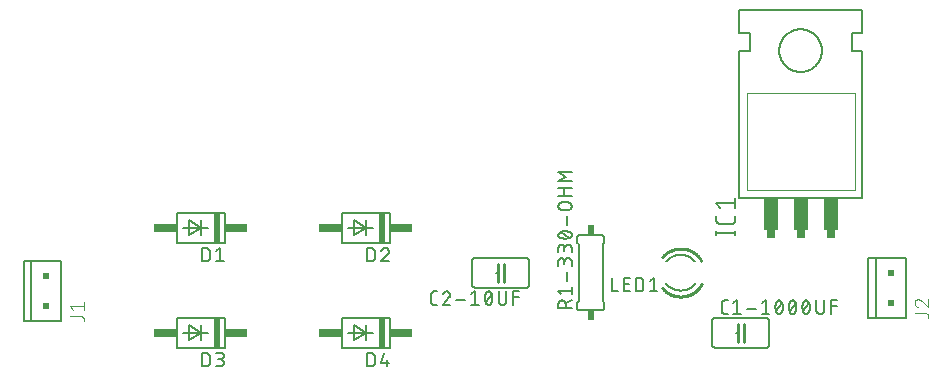
<source format=gbr>
G04 EAGLE Gerber RS-274X export*
G75*
%MOMM*%
%FSLAX34Y34*%
%LPD*%
%INSilkscreen Top*%
%IPPOS*%
%AMOC8*
5,1,8,0,0,1.08239X$1,22.5*%
G01*
%ADD10C,0.152400*%
%ADD11C,0.254000*%
%ADD12C,0.127000*%
%ADD13R,0.508000X2.540000*%
%ADD14R,1.905000X0.762000*%
%ADD15C,0.050800*%
%ADD16R,0.762000X0.635000*%
%ADD17R,1.270000X2.794000*%
%ADD18C,0.177800*%
%ADD19R,0.508000X0.508000*%
%ADD20C,0.101600*%
%ADD21R,0.609600X0.863600*%


D10*
X440690Y698500D02*
X397510Y698500D01*
X397510Y723900D02*
X440690Y723900D01*
X394970Y721360D02*
X394970Y701040D01*
X443230Y701040D02*
X443230Y721360D01*
X397510Y698500D02*
X397410Y698502D01*
X397311Y698508D01*
X397211Y698518D01*
X397113Y698531D01*
X397014Y698549D01*
X396917Y698570D01*
X396821Y698595D01*
X396725Y698624D01*
X396631Y698657D01*
X396538Y698693D01*
X396447Y698733D01*
X396357Y698777D01*
X396269Y698824D01*
X396183Y698874D01*
X396099Y698928D01*
X396017Y698985D01*
X395938Y699045D01*
X395860Y699109D01*
X395786Y699175D01*
X395714Y699244D01*
X395645Y699316D01*
X395579Y699390D01*
X395515Y699468D01*
X395455Y699547D01*
X395398Y699629D01*
X395344Y699713D01*
X395294Y699799D01*
X395247Y699887D01*
X395203Y699977D01*
X395163Y700068D01*
X395127Y700161D01*
X395094Y700255D01*
X395065Y700351D01*
X395040Y700447D01*
X395019Y700544D01*
X395001Y700643D01*
X394988Y700741D01*
X394978Y700841D01*
X394972Y700940D01*
X394970Y701040D01*
X440690Y698500D02*
X440790Y698502D01*
X440889Y698508D01*
X440989Y698518D01*
X441087Y698531D01*
X441186Y698549D01*
X441283Y698570D01*
X441379Y698595D01*
X441475Y698624D01*
X441569Y698657D01*
X441662Y698693D01*
X441753Y698733D01*
X441843Y698777D01*
X441931Y698824D01*
X442017Y698874D01*
X442101Y698928D01*
X442183Y698985D01*
X442262Y699045D01*
X442340Y699109D01*
X442414Y699175D01*
X442486Y699244D01*
X442555Y699316D01*
X442621Y699390D01*
X442685Y699468D01*
X442745Y699547D01*
X442802Y699629D01*
X442856Y699713D01*
X442906Y699799D01*
X442953Y699887D01*
X442997Y699977D01*
X443037Y700068D01*
X443073Y700161D01*
X443106Y700255D01*
X443135Y700351D01*
X443160Y700447D01*
X443181Y700544D01*
X443199Y700643D01*
X443212Y700741D01*
X443222Y700841D01*
X443228Y700940D01*
X443230Y701040D01*
X397510Y723900D02*
X397410Y723898D01*
X397311Y723892D01*
X397211Y723882D01*
X397113Y723869D01*
X397014Y723851D01*
X396917Y723830D01*
X396821Y723805D01*
X396725Y723776D01*
X396631Y723743D01*
X396538Y723707D01*
X396447Y723667D01*
X396357Y723623D01*
X396269Y723576D01*
X396183Y723526D01*
X396099Y723472D01*
X396017Y723415D01*
X395938Y723355D01*
X395860Y723291D01*
X395786Y723225D01*
X395714Y723156D01*
X395645Y723084D01*
X395579Y723010D01*
X395515Y722932D01*
X395455Y722853D01*
X395398Y722771D01*
X395344Y722687D01*
X395294Y722601D01*
X395247Y722513D01*
X395203Y722423D01*
X395163Y722332D01*
X395127Y722239D01*
X395094Y722145D01*
X395065Y722049D01*
X395040Y721953D01*
X395019Y721856D01*
X395001Y721757D01*
X394988Y721659D01*
X394978Y721559D01*
X394972Y721460D01*
X394970Y721360D01*
X440690Y723900D02*
X440790Y723898D01*
X440889Y723892D01*
X440989Y723882D01*
X441087Y723869D01*
X441186Y723851D01*
X441283Y723830D01*
X441379Y723805D01*
X441475Y723776D01*
X441569Y723743D01*
X441662Y723707D01*
X441753Y723667D01*
X441843Y723623D01*
X441931Y723576D01*
X442017Y723526D01*
X442101Y723472D01*
X442183Y723415D01*
X442262Y723355D01*
X442340Y723291D01*
X442414Y723225D01*
X442486Y723156D01*
X442555Y723084D01*
X442621Y723010D01*
X442685Y722932D01*
X442745Y722853D01*
X442802Y722771D01*
X442856Y722687D01*
X442906Y722601D01*
X442953Y722513D01*
X442997Y722423D01*
X443037Y722332D01*
X443073Y722239D01*
X443106Y722145D01*
X443135Y722049D01*
X443160Y721953D01*
X443181Y721856D01*
X443199Y721757D01*
X443212Y721659D01*
X443222Y721559D01*
X443228Y721460D01*
X443230Y721360D01*
X416560Y711200D02*
X415290Y711200D01*
D11*
X416560Y711200D02*
X416560Y703580D01*
X416560Y711200D02*
X416560Y718820D01*
X421640Y711200D02*
X421640Y703580D01*
X421640Y711200D02*
X421640Y718820D01*
D10*
X421640Y711200D02*
X422910Y711200D01*
D12*
X365570Y683895D02*
X363030Y683895D01*
X362930Y683897D01*
X362831Y683903D01*
X362731Y683913D01*
X362633Y683926D01*
X362534Y683944D01*
X362437Y683965D01*
X362341Y683990D01*
X362245Y684019D01*
X362151Y684052D01*
X362058Y684088D01*
X361967Y684128D01*
X361877Y684172D01*
X361789Y684219D01*
X361703Y684269D01*
X361619Y684323D01*
X361537Y684380D01*
X361458Y684440D01*
X361380Y684504D01*
X361306Y684570D01*
X361234Y684639D01*
X361165Y684711D01*
X361099Y684785D01*
X361035Y684863D01*
X360975Y684942D01*
X360918Y685024D01*
X360864Y685108D01*
X360814Y685194D01*
X360767Y685282D01*
X360723Y685372D01*
X360683Y685463D01*
X360647Y685556D01*
X360614Y685650D01*
X360585Y685746D01*
X360560Y685842D01*
X360539Y685939D01*
X360521Y686038D01*
X360508Y686136D01*
X360498Y686236D01*
X360492Y686335D01*
X360490Y686435D01*
X360490Y692785D01*
X360492Y692885D01*
X360498Y692984D01*
X360508Y693084D01*
X360521Y693182D01*
X360539Y693281D01*
X360560Y693378D01*
X360585Y693474D01*
X360614Y693570D01*
X360647Y693664D01*
X360683Y693757D01*
X360723Y693848D01*
X360767Y693938D01*
X360814Y694026D01*
X360864Y694112D01*
X360918Y694196D01*
X360975Y694278D01*
X361035Y694357D01*
X361099Y694435D01*
X361165Y694509D01*
X361234Y694581D01*
X361306Y694650D01*
X361380Y694716D01*
X361458Y694780D01*
X361537Y694840D01*
X361619Y694897D01*
X361703Y694951D01*
X361789Y695001D01*
X361877Y695048D01*
X361967Y695092D01*
X362058Y695132D01*
X362151Y695168D01*
X362245Y695201D01*
X362341Y695230D01*
X362437Y695255D01*
X362534Y695276D01*
X362633Y695294D01*
X362731Y695307D01*
X362831Y695317D01*
X362930Y695323D01*
X363030Y695325D01*
X365570Y695325D01*
X373545Y695326D02*
X373649Y695324D01*
X373754Y695318D01*
X373858Y695309D01*
X373961Y695296D01*
X374064Y695278D01*
X374166Y695258D01*
X374268Y695233D01*
X374368Y695205D01*
X374468Y695173D01*
X374566Y695137D01*
X374663Y695098D01*
X374758Y695056D01*
X374852Y695010D01*
X374944Y694960D01*
X375034Y694908D01*
X375122Y694852D01*
X375208Y694792D01*
X375292Y694730D01*
X375373Y694665D01*
X375452Y694597D01*
X375529Y694525D01*
X375602Y694452D01*
X375674Y694375D01*
X375742Y694296D01*
X375807Y694215D01*
X375869Y694131D01*
X375929Y694045D01*
X375985Y693957D01*
X376037Y693867D01*
X376087Y693775D01*
X376133Y693681D01*
X376175Y693586D01*
X376214Y693489D01*
X376250Y693391D01*
X376282Y693291D01*
X376310Y693191D01*
X376335Y693089D01*
X376355Y692987D01*
X376373Y692884D01*
X376386Y692781D01*
X376395Y692677D01*
X376401Y692572D01*
X376403Y692468D01*
X373545Y695325D02*
X373427Y695323D01*
X373308Y695317D01*
X373190Y695308D01*
X373073Y695295D01*
X372956Y695277D01*
X372839Y695257D01*
X372723Y695232D01*
X372608Y695204D01*
X372495Y695171D01*
X372382Y695136D01*
X372270Y695096D01*
X372160Y695054D01*
X372051Y695007D01*
X371943Y694957D01*
X371838Y694904D01*
X371734Y694847D01*
X371632Y694787D01*
X371532Y694724D01*
X371434Y694657D01*
X371338Y694588D01*
X371245Y694515D01*
X371154Y694439D01*
X371065Y694361D01*
X370979Y694279D01*
X370896Y694195D01*
X370815Y694109D01*
X370738Y694019D01*
X370663Y693928D01*
X370591Y693834D01*
X370522Y693737D01*
X370457Y693639D01*
X370394Y693538D01*
X370335Y693435D01*
X370279Y693331D01*
X370227Y693225D01*
X370178Y693117D01*
X370133Y693008D01*
X370091Y692897D01*
X370053Y692785D01*
X375450Y690246D02*
X375526Y690321D01*
X375601Y690400D01*
X375672Y690481D01*
X375741Y690565D01*
X375806Y690651D01*
X375868Y690739D01*
X375928Y690829D01*
X375984Y690921D01*
X376037Y691016D01*
X376086Y691112D01*
X376132Y691210D01*
X376175Y691309D01*
X376214Y691410D01*
X376249Y691512D01*
X376281Y691615D01*
X376309Y691719D01*
X376334Y691824D01*
X376355Y691931D01*
X376372Y692037D01*
X376385Y692144D01*
X376394Y692252D01*
X376400Y692360D01*
X376402Y692468D01*
X375450Y690245D02*
X370053Y683895D01*
X376403Y683895D01*
X381610Y688340D02*
X389230Y688340D01*
X394437Y692785D02*
X397612Y695325D01*
X397612Y683895D01*
X394437Y683895D02*
X400787Y683895D01*
X405867Y689610D02*
X405870Y689835D01*
X405878Y690060D01*
X405891Y690284D01*
X405910Y690508D01*
X405934Y690732D01*
X405963Y690955D01*
X405998Y691177D01*
X406038Y691398D01*
X406084Y691618D01*
X406134Y691837D01*
X406190Y692055D01*
X406251Y692272D01*
X406317Y692487D01*
X406388Y692700D01*
X406465Y692911D01*
X406546Y693121D01*
X406632Y693329D01*
X406723Y693534D01*
X406819Y693737D01*
X406819Y693738D02*
X406851Y693826D01*
X406887Y693913D01*
X406926Y693999D01*
X406969Y694083D01*
X407015Y694165D01*
X407064Y694245D01*
X407116Y694323D01*
X407172Y694399D01*
X407230Y694473D01*
X407292Y694544D01*
X407356Y694613D01*
X407423Y694679D01*
X407492Y694742D01*
X407564Y694803D01*
X407638Y694861D01*
X407715Y694915D01*
X407793Y694967D01*
X407874Y695015D01*
X407956Y695060D01*
X408041Y695102D01*
X408127Y695140D01*
X408214Y695175D01*
X408302Y695207D01*
X408392Y695234D01*
X408483Y695259D01*
X408575Y695279D01*
X408667Y695296D01*
X408761Y695309D01*
X408854Y695318D01*
X408948Y695324D01*
X409042Y695326D01*
X409136Y695324D01*
X409230Y695318D01*
X409323Y695309D01*
X409417Y695296D01*
X409509Y695279D01*
X409601Y695259D01*
X409692Y695234D01*
X409782Y695207D01*
X409870Y695175D01*
X409957Y695140D01*
X410043Y695102D01*
X410128Y695060D01*
X410210Y695015D01*
X410291Y694967D01*
X410369Y694915D01*
X410446Y694861D01*
X410520Y694803D01*
X410592Y694742D01*
X410661Y694679D01*
X410728Y694613D01*
X410792Y694544D01*
X410854Y694473D01*
X410912Y694399D01*
X410968Y694323D01*
X411020Y694245D01*
X411069Y694165D01*
X411115Y694083D01*
X411158Y693999D01*
X411197Y693913D01*
X411233Y693826D01*
X411265Y693738D01*
X411264Y693737D02*
X411360Y693534D01*
X411451Y693329D01*
X411537Y693121D01*
X411618Y692911D01*
X411695Y692700D01*
X411766Y692487D01*
X411832Y692272D01*
X411893Y692055D01*
X411949Y691837D01*
X411999Y691618D01*
X412045Y691398D01*
X412085Y691177D01*
X412120Y690955D01*
X412149Y690732D01*
X412173Y690508D01*
X412192Y690284D01*
X412205Y690060D01*
X412213Y689835D01*
X412216Y689610D01*
X405867Y689610D02*
X405870Y689385D01*
X405878Y689160D01*
X405891Y688936D01*
X405910Y688712D01*
X405934Y688488D01*
X405963Y688265D01*
X405998Y688043D01*
X406038Y687822D01*
X406084Y687602D01*
X406134Y687383D01*
X406190Y687165D01*
X406251Y686948D01*
X406317Y686733D01*
X406388Y686520D01*
X406465Y686309D01*
X406546Y686099D01*
X406632Y685891D01*
X406723Y685686D01*
X406819Y685483D01*
X406851Y685395D01*
X406887Y685308D01*
X406926Y685222D01*
X406969Y685138D01*
X407015Y685056D01*
X407064Y684976D01*
X407116Y684898D01*
X407172Y684822D01*
X407230Y684748D01*
X407292Y684677D01*
X407356Y684608D01*
X407423Y684542D01*
X407492Y684479D01*
X407564Y684418D01*
X407638Y684360D01*
X407715Y684306D01*
X407793Y684254D01*
X407874Y684206D01*
X407956Y684161D01*
X408041Y684119D01*
X408127Y684081D01*
X408214Y684046D01*
X408302Y684014D01*
X408392Y683987D01*
X408483Y683962D01*
X408575Y683942D01*
X408667Y683925D01*
X408761Y683912D01*
X408854Y683903D01*
X408948Y683897D01*
X409042Y683895D01*
X411264Y685483D02*
X411360Y685686D01*
X411451Y685891D01*
X411537Y686099D01*
X411618Y686309D01*
X411695Y686520D01*
X411766Y686733D01*
X411832Y686948D01*
X411893Y687165D01*
X411949Y687383D01*
X411999Y687602D01*
X412045Y687822D01*
X412085Y688043D01*
X412120Y688265D01*
X412149Y688488D01*
X412173Y688712D01*
X412192Y688936D01*
X412205Y689160D01*
X412213Y689385D01*
X412216Y689610D01*
X411265Y685483D02*
X411233Y685395D01*
X411197Y685308D01*
X411158Y685222D01*
X411115Y685138D01*
X411069Y685056D01*
X411020Y684976D01*
X410968Y684898D01*
X410912Y684822D01*
X410854Y684748D01*
X410792Y684677D01*
X410728Y684608D01*
X410661Y684542D01*
X410592Y684479D01*
X410520Y684418D01*
X410446Y684360D01*
X410369Y684306D01*
X410291Y684254D01*
X410210Y684206D01*
X410128Y684161D01*
X410043Y684119D01*
X409957Y684081D01*
X409870Y684046D01*
X409782Y684014D01*
X409692Y683987D01*
X409601Y683962D01*
X409509Y683942D01*
X409417Y683925D01*
X409323Y683912D01*
X409230Y683903D01*
X409136Y683897D01*
X409042Y683895D01*
X406502Y686435D02*
X411582Y692785D01*
X417678Y695325D02*
X417678Y687070D01*
X417680Y686959D01*
X417686Y686849D01*
X417695Y686738D01*
X417709Y686628D01*
X417726Y686519D01*
X417747Y686410D01*
X417772Y686302D01*
X417801Y686195D01*
X417833Y686089D01*
X417869Y685984D01*
X417909Y685881D01*
X417952Y685779D01*
X417999Y685678D01*
X418050Y685579D01*
X418103Y685483D01*
X418160Y685388D01*
X418221Y685295D01*
X418284Y685204D01*
X418351Y685115D01*
X418421Y685029D01*
X418494Y684946D01*
X418569Y684864D01*
X418647Y684786D01*
X418729Y684711D01*
X418812Y684638D01*
X418898Y684568D01*
X418987Y684501D01*
X419078Y684438D01*
X419171Y684377D01*
X419266Y684320D01*
X419362Y684267D01*
X419461Y684216D01*
X419562Y684169D01*
X419664Y684126D01*
X419767Y684086D01*
X419872Y684050D01*
X419978Y684018D01*
X420085Y683989D01*
X420193Y683964D01*
X420302Y683943D01*
X420411Y683926D01*
X420521Y683912D01*
X420632Y683903D01*
X420742Y683897D01*
X420853Y683895D01*
X420964Y683897D01*
X421074Y683903D01*
X421185Y683912D01*
X421295Y683926D01*
X421404Y683943D01*
X421513Y683964D01*
X421621Y683989D01*
X421728Y684018D01*
X421834Y684050D01*
X421939Y684086D01*
X422042Y684126D01*
X422144Y684169D01*
X422245Y684216D01*
X422344Y684267D01*
X422440Y684320D01*
X422535Y684377D01*
X422628Y684438D01*
X422719Y684501D01*
X422808Y684568D01*
X422894Y684638D01*
X422977Y684711D01*
X423059Y684786D01*
X423137Y684864D01*
X423212Y684946D01*
X423285Y685029D01*
X423355Y685115D01*
X423422Y685204D01*
X423485Y685295D01*
X423546Y685388D01*
X423603Y685483D01*
X423656Y685579D01*
X423707Y685678D01*
X423754Y685779D01*
X423797Y685881D01*
X423837Y685984D01*
X423873Y686089D01*
X423905Y686195D01*
X423934Y686302D01*
X423959Y686410D01*
X423980Y686519D01*
X423997Y686628D01*
X424011Y686738D01*
X424020Y686849D01*
X424026Y686959D01*
X424028Y687070D01*
X424028Y695325D01*
X429895Y695325D02*
X429895Y683895D01*
X429895Y695325D02*
X434975Y695325D01*
X434975Y690245D02*
X429895Y690245D01*
D10*
X185420Y762000D02*
X144780Y762000D01*
X144780Y736600D01*
X185420Y736600D01*
X185420Y762000D01*
X171450Y749300D02*
X165100Y749300D01*
X154940Y742950D02*
X154940Y755650D01*
X165100Y749300D01*
X149860Y749300D01*
X154940Y742950D02*
X165100Y749300D01*
X165100Y742950D01*
X165100Y749300D02*
X165100Y755650D01*
D13*
X179070Y749300D03*
D14*
X135255Y749300D03*
X194945Y749300D03*
D12*
X166624Y732155D02*
X166624Y720725D01*
X166624Y732155D02*
X169799Y732155D01*
X169910Y732153D01*
X170020Y732147D01*
X170131Y732138D01*
X170241Y732124D01*
X170350Y732107D01*
X170459Y732086D01*
X170567Y732061D01*
X170674Y732032D01*
X170780Y732000D01*
X170885Y731964D01*
X170988Y731924D01*
X171090Y731881D01*
X171191Y731834D01*
X171290Y731783D01*
X171387Y731730D01*
X171481Y731673D01*
X171574Y731612D01*
X171665Y731549D01*
X171754Y731482D01*
X171840Y731412D01*
X171923Y731339D01*
X172005Y731264D01*
X172083Y731186D01*
X172158Y731104D01*
X172231Y731021D01*
X172301Y730935D01*
X172368Y730846D01*
X172431Y730755D01*
X172492Y730662D01*
X172549Y730568D01*
X172602Y730471D01*
X172653Y730372D01*
X172700Y730271D01*
X172743Y730169D01*
X172783Y730066D01*
X172819Y729961D01*
X172851Y729855D01*
X172880Y729748D01*
X172905Y729640D01*
X172926Y729531D01*
X172943Y729422D01*
X172957Y729312D01*
X172966Y729201D01*
X172972Y729091D01*
X172974Y728980D01*
X172974Y723900D01*
X172972Y723789D01*
X172966Y723679D01*
X172957Y723568D01*
X172943Y723458D01*
X172926Y723349D01*
X172905Y723240D01*
X172880Y723132D01*
X172851Y723025D01*
X172819Y722919D01*
X172783Y722814D01*
X172743Y722711D01*
X172700Y722609D01*
X172653Y722508D01*
X172602Y722409D01*
X172549Y722313D01*
X172492Y722218D01*
X172431Y722125D01*
X172368Y722034D01*
X172301Y721945D01*
X172231Y721859D01*
X172158Y721776D01*
X172083Y721694D01*
X172005Y721616D01*
X171923Y721541D01*
X171840Y721468D01*
X171754Y721398D01*
X171665Y721331D01*
X171574Y721268D01*
X171481Y721207D01*
X171386Y721150D01*
X171290Y721097D01*
X171191Y721046D01*
X171090Y720999D01*
X170988Y720956D01*
X170885Y720916D01*
X170780Y720880D01*
X170674Y720848D01*
X170567Y720819D01*
X170459Y720794D01*
X170350Y720773D01*
X170241Y720756D01*
X170131Y720742D01*
X170020Y720733D01*
X169910Y720727D01*
X169799Y720725D01*
X166624Y720725D01*
X178435Y729615D02*
X181610Y732155D01*
X181610Y720725D01*
X178435Y720725D02*
X184785Y720725D01*
D10*
X284480Y762000D02*
X325120Y762000D01*
X284480Y762000D02*
X284480Y736600D01*
X325120Y736600D01*
X325120Y762000D01*
X311150Y749300D02*
X304800Y749300D01*
X294640Y742950D02*
X294640Y755650D01*
X304800Y749300D01*
X289560Y749300D01*
X294640Y742950D02*
X304800Y749300D01*
X304800Y742950D01*
X304800Y749300D02*
X304800Y755650D01*
D13*
X318770Y749300D03*
D14*
X274955Y749300D03*
X334645Y749300D03*
D12*
X306324Y732155D02*
X306324Y720725D01*
X306324Y732155D02*
X309499Y732155D01*
X309610Y732153D01*
X309720Y732147D01*
X309831Y732138D01*
X309941Y732124D01*
X310050Y732107D01*
X310159Y732086D01*
X310267Y732061D01*
X310374Y732032D01*
X310480Y732000D01*
X310585Y731964D01*
X310688Y731924D01*
X310790Y731881D01*
X310891Y731834D01*
X310990Y731783D01*
X311087Y731730D01*
X311181Y731673D01*
X311274Y731612D01*
X311365Y731549D01*
X311454Y731482D01*
X311540Y731412D01*
X311623Y731339D01*
X311705Y731264D01*
X311783Y731186D01*
X311858Y731104D01*
X311931Y731021D01*
X312001Y730935D01*
X312068Y730846D01*
X312131Y730755D01*
X312192Y730662D01*
X312249Y730568D01*
X312302Y730471D01*
X312353Y730372D01*
X312400Y730271D01*
X312443Y730169D01*
X312483Y730066D01*
X312519Y729961D01*
X312551Y729855D01*
X312580Y729748D01*
X312605Y729640D01*
X312626Y729531D01*
X312643Y729422D01*
X312657Y729312D01*
X312666Y729201D01*
X312672Y729091D01*
X312674Y728980D01*
X312674Y723900D01*
X312672Y723789D01*
X312666Y723679D01*
X312657Y723568D01*
X312643Y723458D01*
X312626Y723349D01*
X312605Y723240D01*
X312580Y723132D01*
X312551Y723025D01*
X312519Y722919D01*
X312483Y722814D01*
X312443Y722711D01*
X312400Y722609D01*
X312353Y722508D01*
X312302Y722409D01*
X312249Y722313D01*
X312192Y722218D01*
X312131Y722125D01*
X312068Y722034D01*
X312001Y721945D01*
X311931Y721859D01*
X311858Y721776D01*
X311783Y721694D01*
X311705Y721616D01*
X311623Y721541D01*
X311540Y721468D01*
X311454Y721398D01*
X311365Y721331D01*
X311274Y721268D01*
X311181Y721207D01*
X311087Y721150D01*
X310990Y721097D01*
X310891Y721046D01*
X310790Y720999D01*
X310688Y720956D01*
X310585Y720916D01*
X310480Y720880D01*
X310374Y720848D01*
X310267Y720819D01*
X310159Y720794D01*
X310050Y720773D01*
X309941Y720756D01*
X309831Y720742D01*
X309720Y720733D01*
X309610Y720727D01*
X309499Y720725D01*
X306324Y720725D01*
X321628Y732156D02*
X321732Y732154D01*
X321837Y732148D01*
X321941Y732139D01*
X322044Y732126D01*
X322147Y732108D01*
X322249Y732088D01*
X322351Y732063D01*
X322451Y732035D01*
X322551Y732003D01*
X322649Y731967D01*
X322746Y731928D01*
X322841Y731886D01*
X322935Y731840D01*
X323027Y731790D01*
X323117Y731738D01*
X323205Y731682D01*
X323291Y731622D01*
X323375Y731560D01*
X323456Y731495D01*
X323535Y731427D01*
X323612Y731355D01*
X323685Y731282D01*
X323757Y731205D01*
X323825Y731126D01*
X323890Y731045D01*
X323952Y730961D01*
X324012Y730875D01*
X324068Y730787D01*
X324120Y730697D01*
X324170Y730605D01*
X324216Y730511D01*
X324258Y730416D01*
X324297Y730319D01*
X324333Y730221D01*
X324365Y730121D01*
X324393Y730021D01*
X324418Y729919D01*
X324438Y729817D01*
X324456Y729714D01*
X324469Y729611D01*
X324478Y729507D01*
X324484Y729402D01*
X324486Y729298D01*
X321628Y732155D02*
X321510Y732153D01*
X321391Y732147D01*
X321273Y732138D01*
X321156Y732125D01*
X321039Y732107D01*
X320922Y732087D01*
X320806Y732062D01*
X320691Y732034D01*
X320578Y732001D01*
X320465Y731966D01*
X320353Y731926D01*
X320243Y731884D01*
X320134Y731837D01*
X320026Y731787D01*
X319921Y731734D01*
X319817Y731677D01*
X319715Y731617D01*
X319615Y731554D01*
X319517Y731487D01*
X319421Y731418D01*
X319328Y731345D01*
X319237Y731269D01*
X319148Y731191D01*
X319062Y731109D01*
X318979Y731025D01*
X318898Y730939D01*
X318821Y730849D01*
X318746Y730758D01*
X318674Y730664D01*
X318605Y730567D01*
X318540Y730469D01*
X318477Y730368D01*
X318418Y730265D01*
X318362Y730161D01*
X318310Y730055D01*
X318261Y729947D01*
X318216Y729838D01*
X318174Y729727D01*
X318136Y729615D01*
X323533Y727076D02*
X323609Y727151D01*
X323684Y727230D01*
X323755Y727311D01*
X323824Y727395D01*
X323889Y727481D01*
X323951Y727569D01*
X324011Y727659D01*
X324067Y727751D01*
X324120Y727846D01*
X324169Y727942D01*
X324215Y728040D01*
X324258Y728139D01*
X324297Y728240D01*
X324332Y728342D01*
X324364Y728445D01*
X324392Y728549D01*
X324417Y728654D01*
X324438Y728761D01*
X324455Y728867D01*
X324468Y728974D01*
X324477Y729082D01*
X324483Y729190D01*
X324485Y729298D01*
X323533Y727075D02*
X318135Y720725D01*
X324485Y720725D01*
D10*
X185420Y673100D02*
X144780Y673100D01*
X144780Y647700D01*
X185420Y647700D01*
X185420Y673100D01*
X171450Y660400D02*
X165100Y660400D01*
X154940Y654050D02*
X154940Y666750D01*
X165100Y660400D01*
X149860Y660400D01*
X154940Y654050D02*
X165100Y660400D01*
X165100Y654050D01*
X165100Y660400D02*
X165100Y666750D01*
D13*
X179070Y660400D03*
D14*
X135255Y660400D03*
X194945Y660400D03*
D12*
X166624Y643255D02*
X166624Y631825D01*
X166624Y643255D02*
X169799Y643255D01*
X169910Y643253D01*
X170020Y643247D01*
X170131Y643238D01*
X170241Y643224D01*
X170350Y643207D01*
X170459Y643186D01*
X170567Y643161D01*
X170674Y643132D01*
X170780Y643100D01*
X170885Y643064D01*
X170988Y643024D01*
X171090Y642981D01*
X171191Y642934D01*
X171290Y642883D01*
X171387Y642830D01*
X171481Y642773D01*
X171574Y642712D01*
X171665Y642649D01*
X171754Y642582D01*
X171840Y642512D01*
X171923Y642439D01*
X172005Y642364D01*
X172083Y642286D01*
X172158Y642204D01*
X172231Y642121D01*
X172301Y642035D01*
X172368Y641946D01*
X172431Y641855D01*
X172492Y641762D01*
X172549Y641668D01*
X172602Y641571D01*
X172653Y641472D01*
X172700Y641371D01*
X172743Y641269D01*
X172783Y641166D01*
X172819Y641061D01*
X172851Y640955D01*
X172880Y640848D01*
X172905Y640740D01*
X172926Y640631D01*
X172943Y640522D01*
X172957Y640412D01*
X172966Y640301D01*
X172972Y640191D01*
X172974Y640080D01*
X172974Y635000D01*
X172972Y634889D01*
X172966Y634779D01*
X172957Y634668D01*
X172943Y634558D01*
X172926Y634449D01*
X172905Y634340D01*
X172880Y634232D01*
X172851Y634125D01*
X172819Y634019D01*
X172783Y633914D01*
X172743Y633811D01*
X172700Y633709D01*
X172653Y633608D01*
X172602Y633509D01*
X172549Y633413D01*
X172492Y633318D01*
X172431Y633225D01*
X172368Y633134D01*
X172301Y633045D01*
X172231Y632959D01*
X172158Y632876D01*
X172083Y632794D01*
X172005Y632716D01*
X171923Y632641D01*
X171840Y632568D01*
X171754Y632498D01*
X171665Y632431D01*
X171574Y632368D01*
X171481Y632307D01*
X171386Y632250D01*
X171290Y632197D01*
X171191Y632146D01*
X171090Y632099D01*
X170988Y632056D01*
X170885Y632016D01*
X170780Y631980D01*
X170674Y631948D01*
X170567Y631919D01*
X170459Y631894D01*
X170350Y631873D01*
X170241Y631856D01*
X170131Y631842D01*
X170020Y631833D01*
X169910Y631827D01*
X169799Y631825D01*
X166624Y631825D01*
X178435Y631825D02*
X181610Y631825D01*
X181721Y631827D01*
X181831Y631833D01*
X181942Y631842D01*
X182052Y631856D01*
X182161Y631873D01*
X182270Y631894D01*
X182378Y631919D01*
X182485Y631948D01*
X182591Y631980D01*
X182696Y632016D01*
X182799Y632056D01*
X182901Y632099D01*
X183002Y632146D01*
X183101Y632197D01*
X183197Y632250D01*
X183292Y632307D01*
X183385Y632368D01*
X183476Y632431D01*
X183565Y632498D01*
X183651Y632568D01*
X183734Y632641D01*
X183816Y632716D01*
X183894Y632794D01*
X183969Y632876D01*
X184042Y632959D01*
X184112Y633045D01*
X184179Y633134D01*
X184242Y633225D01*
X184303Y633318D01*
X184360Y633413D01*
X184413Y633509D01*
X184464Y633608D01*
X184511Y633709D01*
X184554Y633811D01*
X184594Y633914D01*
X184630Y634019D01*
X184662Y634125D01*
X184691Y634232D01*
X184716Y634340D01*
X184737Y634449D01*
X184754Y634558D01*
X184768Y634668D01*
X184777Y634779D01*
X184783Y634889D01*
X184785Y635000D01*
X184783Y635111D01*
X184777Y635221D01*
X184768Y635332D01*
X184754Y635442D01*
X184737Y635551D01*
X184716Y635660D01*
X184691Y635768D01*
X184662Y635875D01*
X184630Y635981D01*
X184594Y636086D01*
X184554Y636189D01*
X184511Y636291D01*
X184464Y636392D01*
X184413Y636491D01*
X184360Y636587D01*
X184303Y636682D01*
X184242Y636775D01*
X184179Y636866D01*
X184112Y636955D01*
X184042Y637041D01*
X183969Y637124D01*
X183894Y637206D01*
X183816Y637284D01*
X183734Y637359D01*
X183651Y637432D01*
X183565Y637502D01*
X183476Y637569D01*
X183385Y637632D01*
X183292Y637693D01*
X183198Y637750D01*
X183101Y637803D01*
X183002Y637854D01*
X182901Y637901D01*
X182799Y637944D01*
X182696Y637984D01*
X182591Y638020D01*
X182485Y638052D01*
X182378Y638081D01*
X182270Y638106D01*
X182161Y638127D01*
X182052Y638144D01*
X181942Y638158D01*
X181831Y638167D01*
X181721Y638173D01*
X181610Y638175D01*
X182245Y643255D02*
X178435Y643255D01*
X182245Y643255D02*
X182345Y643253D01*
X182444Y643247D01*
X182544Y643237D01*
X182642Y643224D01*
X182741Y643206D01*
X182838Y643185D01*
X182934Y643160D01*
X183030Y643131D01*
X183124Y643098D01*
X183217Y643062D01*
X183308Y643022D01*
X183398Y642978D01*
X183486Y642931D01*
X183572Y642881D01*
X183656Y642827D01*
X183738Y642770D01*
X183817Y642710D01*
X183895Y642646D01*
X183969Y642580D01*
X184041Y642511D01*
X184110Y642439D01*
X184176Y642365D01*
X184240Y642287D01*
X184300Y642208D01*
X184357Y642126D01*
X184411Y642042D01*
X184461Y641956D01*
X184508Y641868D01*
X184552Y641778D01*
X184592Y641687D01*
X184628Y641594D01*
X184661Y641500D01*
X184690Y641404D01*
X184715Y641308D01*
X184736Y641211D01*
X184754Y641112D01*
X184767Y641014D01*
X184777Y640914D01*
X184783Y640815D01*
X184785Y640715D01*
X184783Y640615D01*
X184777Y640516D01*
X184767Y640416D01*
X184754Y640318D01*
X184736Y640219D01*
X184715Y640122D01*
X184690Y640026D01*
X184661Y639930D01*
X184628Y639836D01*
X184592Y639743D01*
X184552Y639652D01*
X184508Y639562D01*
X184461Y639474D01*
X184411Y639388D01*
X184357Y639304D01*
X184300Y639222D01*
X184240Y639143D01*
X184176Y639065D01*
X184110Y638991D01*
X184041Y638919D01*
X183969Y638850D01*
X183895Y638784D01*
X183817Y638720D01*
X183738Y638660D01*
X183656Y638603D01*
X183572Y638549D01*
X183486Y638499D01*
X183398Y638452D01*
X183308Y638408D01*
X183217Y638368D01*
X183124Y638332D01*
X183030Y638299D01*
X182934Y638270D01*
X182838Y638245D01*
X182741Y638224D01*
X182642Y638206D01*
X182544Y638193D01*
X182444Y638183D01*
X182345Y638177D01*
X182245Y638175D01*
X179705Y638175D01*
D10*
X284480Y673100D02*
X325120Y673100D01*
X284480Y673100D02*
X284480Y647700D01*
X325120Y647700D01*
X325120Y673100D01*
X311150Y660400D02*
X304800Y660400D01*
X294640Y654050D02*
X294640Y666750D01*
X304800Y660400D01*
X289560Y660400D01*
X294640Y654050D02*
X304800Y660400D01*
X304800Y654050D01*
X304800Y660400D02*
X304800Y666750D01*
D13*
X318770Y660400D03*
D14*
X274955Y660400D03*
X334645Y660400D03*
D12*
X306324Y643255D02*
X306324Y631825D01*
X306324Y643255D02*
X309499Y643255D01*
X309610Y643253D01*
X309720Y643247D01*
X309831Y643238D01*
X309941Y643224D01*
X310050Y643207D01*
X310159Y643186D01*
X310267Y643161D01*
X310374Y643132D01*
X310480Y643100D01*
X310585Y643064D01*
X310688Y643024D01*
X310790Y642981D01*
X310891Y642934D01*
X310990Y642883D01*
X311087Y642830D01*
X311181Y642773D01*
X311274Y642712D01*
X311365Y642649D01*
X311454Y642582D01*
X311540Y642512D01*
X311623Y642439D01*
X311705Y642364D01*
X311783Y642286D01*
X311858Y642204D01*
X311931Y642121D01*
X312001Y642035D01*
X312068Y641946D01*
X312131Y641855D01*
X312192Y641762D01*
X312249Y641668D01*
X312302Y641571D01*
X312353Y641472D01*
X312400Y641371D01*
X312443Y641269D01*
X312483Y641166D01*
X312519Y641061D01*
X312551Y640955D01*
X312580Y640848D01*
X312605Y640740D01*
X312626Y640631D01*
X312643Y640522D01*
X312657Y640412D01*
X312666Y640301D01*
X312672Y640191D01*
X312674Y640080D01*
X312674Y635000D01*
X312672Y634889D01*
X312666Y634779D01*
X312657Y634668D01*
X312643Y634558D01*
X312626Y634449D01*
X312605Y634340D01*
X312580Y634232D01*
X312551Y634125D01*
X312519Y634019D01*
X312483Y633914D01*
X312443Y633811D01*
X312400Y633709D01*
X312353Y633608D01*
X312302Y633509D01*
X312249Y633413D01*
X312192Y633318D01*
X312131Y633225D01*
X312068Y633134D01*
X312001Y633045D01*
X311931Y632959D01*
X311858Y632876D01*
X311783Y632794D01*
X311705Y632716D01*
X311623Y632641D01*
X311540Y632568D01*
X311454Y632498D01*
X311365Y632431D01*
X311274Y632368D01*
X311181Y632307D01*
X311087Y632250D01*
X310990Y632197D01*
X310891Y632146D01*
X310790Y632099D01*
X310688Y632056D01*
X310585Y632016D01*
X310480Y631980D01*
X310374Y631948D01*
X310267Y631919D01*
X310159Y631894D01*
X310050Y631873D01*
X309941Y631856D01*
X309831Y631842D01*
X309720Y631833D01*
X309610Y631827D01*
X309499Y631825D01*
X306324Y631825D01*
X318135Y634365D02*
X320675Y643255D01*
X318135Y634365D02*
X324485Y634365D01*
X322580Y636905D02*
X322580Y631825D01*
D10*
X621030Y774700D02*
X725170Y774700D01*
X725170Y933450D02*
X621030Y933450D01*
X725170Y899160D02*
X725170Y774700D01*
X725170Y899160D02*
X716280Y899160D01*
X716280Y914400D01*
X725170Y914400D01*
X725170Y933450D01*
X621030Y899160D02*
X621030Y774700D01*
X621030Y899160D02*
X629920Y899160D01*
X629920Y914400D01*
X621030Y914400D01*
X621030Y933450D01*
D15*
X627380Y781050D02*
X718820Y781050D01*
X718820Y863600D01*
X627380Y863600D01*
X627380Y781050D01*
D10*
X655066Y899160D02*
X655071Y899603D01*
X655088Y900045D01*
X655115Y900487D01*
X655153Y900928D01*
X655202Y901368D01*
X655261Y901806D01*
X655332Y902243D01*
X655413Y902678D01*
X655504Y903111D01*
X655606Y903542D01*
X655719Y903970D01*
X655843Y904395D01*
X655976Y904817D01*
X656120Y905235D01*
X656274Y905650D01*
X656439Y906061D01*
X656613Y906468D01*
X656797Y906871D01*
X656992Y907268D01*
X657195Y907661D01*
X657409Y908049D01*
X657632Y908431D01*
X657864Y908808D01*
X658105Y909179D01*
X658356Y909544D01*
X658615Y909903D01*
X658883Y910255D01*
X659160Y910601D01*
X659444Y910939D01*
X659738Y911271D01*
X660039Y911595D01*
X660348Y911912D01*
X660665Y912221D01*
X660989Y912522D01*
X661321Y912816D01*
X661659Y913100D01*
X662005Y913377D01*
X662357Y913645D01*
X662716Y913904D01*
X663081Y914155D01*
X663452Y914396D01*
X663829Y914628D01*
X664211Y914851D01*
X664599Y915065D01*
X664992Y915268D01*
X665389Y915463D01*
X665792Y915647D01*
X666199Y915821D01*
X666610Y915986D01*
X667025Y916140D01*
X667443Y916284D01*
X667865Y916417D01*
X668290Y916541D01*
X668718Y916654D01*
X669149Y916756D01*
X669582Y916847D01*
X670017Y916928D01*
X670454Y916999D01*
X670892Y917058D01*
X671332Y917107D01*
X671773Y917145D01*
X672215Y917172D01*
X672657Y917189D01*
X673100Y917194D01*
X673543Y917189D01*
X673985Y917172D01*
X674427Y917145D01*
X674868Y917107D01*
X675308Y917058D01*
X675746Y916999D01*
X676183Y916928D01*
X676618Y916847D01*
X677051Y916756D01*
X677482Y916654D01*
X677910Y916541D01*
X678335Y916417D01*
X678757Y916284D01*
X679175Y916140D01*
X679590Y915986D01*
X680001Y915821D01*
X680408Y915647D01*
X680811Y915463D01*
X681208Y915268D01*
X681601Y915065D01*
X681989Y914851D01*
X682371Y914628D01*
X682748Y914396D01*
X683119Y914155D01*
X683484Y913904D01*
X683843Y913645D01*
X684195Y913377D01*
X684541Y913100D01*
X684879Y912816D01*
X685211Y912522D01*
X685535Y912221D01*
X685852Y911912D01*
X686161Y911595D01*
X686462Y911271D01*
X686756Y910939D01*
X687040Y910601D01*
X687317Y910255D01*
X687585Y909903D01*
X687844Y909544D01*
X688095Y909179D01*
X688336Y908808D01*
X688568Y908431D01*
X688791Y908049D01*
X689005Y907661D01*
X689208Y907268D01*
X689403Y906871D01*
X689587Y906468D01*
X689761Y906061D01*
X689926Y905650D01*
X690080Y905235D01*
X690224Y904817D01*
X690357Y904395D01*
X690481Y903970D01*
X690594Y903542D01*
X690696Y903111D01*
X690787Y902678D01*
X690868Y902243D01*
X690939Y901806D01*
X690998Y901368D01*
X691047Y900928D01*
X691085Y900487D01*
X691112Y900045D01*
X691129Y899603D01*
X691134Y899160D01*
X691129Y898717D01*
X691112Y898275D01*
X691085Y897833D01*
X691047Y897392D01*
X690998Y896952D01*
X690939Y896514D01*
X690868Y896077D01*
X690787Y895642D01*
X690696Y895209D01*
X690594Y894778D01*
X690481Y894350D01*
X690357Y893925D01*
X690224Y893503D01*
X690080Y893085D01*
X689926Y892670D01*
X689761Y892259D01*
X689587Y891852D01*
X689403Y891449D01*
X689208Y891052D01*
X689005Y890659D01*
X688791Y890271D01*
X688568Y889889D01*
X688336Y889512D01*
X688095Y889141D01*
X687844Y888776D01*
X687585Y888417D01*
X687317Y888065D01*
X687040Y887719D01*
X686756Y887381D01*
X686462Y887049D01*
X686161Y886725D01*
X685852Y886408D01*
X685535Y886099D01*
X685211Y885798D01*
X684879Y885504D01*
X684541Y885220D01*
X684195Y884943D01*
X683843Y884675D01*
X683484Y884416D01*
X683119Y884165D01*
X682748Y883924D01*
X682371Y883692D01*
X681989Y883469D01*
X681601Y883255D01*
X681208Y883052D01*
X680811Y882857D01*
X680408Y882673D01*
X680001Y882499D01*
X679590Y882334D01*
X679175Y882180D01*
X678757Y882036D01*
X678335Y881903D01*
X677910Y881779D01*
X677482Y881666D01*
X677051Y881564D01*
X676618Y881473D01*
X676183Y881392D01*
X675746Y881321D01*
X675308Y881262D01*
X674868Y881213D01*
X674427Y881175D01*
X673985Y881148D01*
X673543Y881131D01*
X673100Y881126D01*
X672657Y881131D01*
X672215Y881148D01*
X671773Y881175D01*
X671332Y881213D01*
X670892Y881262D01*
X670454Y881321D01*
X670017Y881392D01*
X669582Y881473D01*
X669149Y881564D01*
X668718Y881666D01*
X668290Y881779D01*
X667865Y881903D01*
X667443Y882036D01*
X667025Y882180D01*
X666610Y882334D01*
X666199Y882499D01*
X665792Y882673D01*
X665389Y882857D01*
X664992Y883052D01*
X664599Y883255D01*
X664211Y883469D01*
X663829Y883692D01*
X663452Y883924D01*
X663081Y884165D01*
X662716Y884416D01*
X662357Y884675D01*
X662005Y884943D01*
X661659Y885220D01*
X661321Y885504D01*
X660989Y885798D01*
X660665Y886099D01*
X660348Y886408D01*
X660039Y886725D01*
X659738Y887049D01*
X659444Y887381D01*
X659160Y887719D01*
X658883Y888065D01*
X658615Y888417D01*
X658356Y888776D01*
X658105Y889141D01*
X657864Y889512D01*
X657632Y889889D01*
X657409Y890271D01*
X657195Y890659D01*
X656992Y891052D01*
X656797Y891449D01*
X656613Y891852D01*
X656439Y892259D01*
X656274Y892670D01*
X656120Y893085D01*
X655976Y893503D01*
X655843Y893925D01*
X655719Y894350D01*
X655606Y894778D01*
X655504Y895209D01*
X655413Y895642D01*
X655332Y896077D01*
X655261Y896514D01*
X655202Y896952D01*
X655153Y897392D01*
X655115Y897833D01*
X655088Y898275D01*
X655071Y898717D01*
X655066Y899160D01*
D16*
X698500Y743585D03*
X673100Y743585D03*
X647700Y743585D03*
D17*
X647700Y760730D03*
X673100Y760730D03*
X698500Y760730D03*
D18*
X617601Y744347D02*
X601599Y744347D01*
X617601Y742569D02*
X617601Y746125D01*
X601599Y746125D02*
X601599Y742569D01*
X617601Y755919D02*
X617601Y759475D01*
X617601Y755919D02*
X617599Y755803D01*
X617593Y755686D01*
X617584Y755570D01*
X617571Y755455D01*
X617554Y755340D01*
X617533Y755225D01*
X617508Y755112D01*
X617480Y754999D01*
X617448Y754887D01*
X617412Y754776D01*
X617373Y754666D01*
X617330Y754558D01*
X617284Y754451D01*
X617234Y754346D01*
X617181Y754243D01*
X617125Y754141D01*
X617065Y754041D01*
X617002Y753943D01*
X616935Y753848D01*
X616866Y753754D01*
X616794Y753663D01*
X616719Y753574D01*
X616640Y753488D01*
X616559Y753405D01*
X616476Y753324D01*
X616390Y753245D01*
X616301Y753170D01*
X616210Y753098D01*
X616116Y753029D01*
X616021Y752962D01*
X615923Y752899D01*
X615823Y752839D01*
X615721Y752783D01*
X615618Y752730D01*
X615513Y752680D01*
X615406Y752634D01*
X615298Y752591D01*
X615188Y752552D01*
X615077Y752516D01*
X614965Y752484D01*
X614852Y752456D01*
X614739Y752431D01*
X614624Y752410D01*
X614509Y752393D01*
X614394Y752380D01*
X614278Y752371D01*
X614161Y752365D01*
X614045Y752363D01*
X605155Y752363D01*
X605039Y752365D01*
X604922Y752371D01*
X604806Y752380D01*
X604691Y752393D01*
X604576Y752410D01*
X604461Y752431D01*
X604348Y752456D01*
X604235Y752484D01*
X604123Y752516D01*
X604012Y752552D01*
X603902Y752591D01*
X603794Y752634D01*
X603687Y752680D01*
X603582Y752730D01*
X603479Y752783D01*
X603377Y752839D01*
X603277Y752899D01*
X603179Y752962D01*
X603084Y753029D01*
X602990Y753098D01*
X602899Y753170D01*
X602810Y753245D01*
X602724Y753324D01*
X602641Y753405D01*
X602560Y753488D01*
X602481Y753574D01*
X602406Y753663D01*
X602334Y753754D01*
X602265Y753848D01*
X602198Y753943D01*
X602135Y754041D01*
X602075Y754141D01*
X602019Y754243D01*
X601966Y754346D01*
X601916Y754451D01*
X601870Y754558D01*
X601827Y754666D01*
X601788Y754776D01*
X601752Y754887D01*
X601720Y754999D01*
X601692Y755112D01*
X601667Y755225D01*
X601646Y755340D01*
X601629Y755455D01*
X601616Y755570D01*
X601607Y755686D01*
X601601Y755803D01*
X601599Y755919D01*
X601599Y759475D01*
X605155Y765433D02*
X601599Y769878D01*
X617601Y769878D01*
X617601Y765433D02*
X617601Y774323D01*
D10*
X46990Y670560D02*
X21590Y670560D01*
X21590Y721360D01*
X46990Y721360D02*
X46990Y670560D01*
X21590Y670560D02*
X15240Y670560D01*
X15240Y721360D01*
X21590Y721360D02*
X46990Y721360D01*
X21590Y721360D02*
X15240Y721360D01*
D19*
X34290Y708660D03*
X34290Y683260D03*
D20*
X54610Y674201D02*
X63698Y674201D01*
X63698Y674200D02*
X63797Y674198D01*
X63897Y674192D01*
X63996Y674183D01*
X64094Y674170D01*
X64192Y674153D01*
X64290Y674132D01*
X64386Y674107D01*
X64481Y674079D01*
X64575Y674047D01*
X64668Y674012D01*
X64760Y673973D01*
X64850Y673930D01*
X64938Y673885D01*
X65025Y673835D01*
X65109Y673783D01*
X65192Y673727D01*
X65272Y673669D01*
X65350Y673607D01*
X65425Y673542D01*
X65498Y673474D01*
X65568Y673404D01*
X65636Y673331D01*
X65701Y673256D01*
X65763Y673178D01*
X65821Y673098D01*
X65877Y673015D01*
X65929Y672931D01*
X65979Y672844D01*
X66024Y672756D01*
X66067Y672666D01*
X66106Y672574D01*
X66141Y672481D01*
X66173Y672387D01*
X66201Y672292D01*
X66226Y672196D01*
X66247Y672098D01*
X66264Y672000D01*
X66277Y671902D01*
X66286Y671803D01*
X66292Y671703D01*
X66294Y671604D01*
X66294Y670306D01*
X57206Y679474D02*
X54610Y682720D01*
X66294Y682720D01*
X66294Y685965D02*
X66294Y679474D01*
D10*
X736600Y673100D02*
X762000Y673100D01*
X736600Y673100D02*
X736600Y723900D01*
X762000Y723900D02*
X762000Y673100D01*
X736600Y673100D02*
X730250Y673100D01*
X730250Y723900D01*
X736600Y723900D02*
X762000Y723900D01*
X736600Y723900D02*
X730250Y723900D01*
D19*
X749300Y711200D03*
X749300Y685800D03*
D20*
X769620Y676741D02*
X778708Y676741D01*
X778708Y676740D02*
X778807Y676738D01*
X778907Y676732D01*
X779006Y676723D01*
X779104Y676710D01*
X779202Y676693D01*
X779300Y676672D01*
X779396Y676647D01*
X779491Y676619D01*
X779585Y676587D01*
X779678Y676552D01*
X779770Y676513D01*
X779860Y676470D01*
X779948Y676425D01*
X780035Y676375D01*
X780119Y676323D01*
X780202Y676267D01*
X780282Y676209D01*
X780360Y676147D01*
X780435Y676082D01*
X780508Y676014D01*
X780578Y675944D01*
X780646Y675871D01*
X780711Y675796D01*
X780773Y675718D01*
X780831Y675638D01*
X780887Y675555D01*
X780939Y675471D01*
X780989Y675384D01*
X781034Y675296D01*
X781077Y675206D01*
X781116Y675114D01*
X781151Y675021D01*
X781183Y674927D01*
X781211Y674832D01*
X781236Y674736D01*
X781257Y674638D01*
X781274Y674540D01*
X781287Y674442D01*
X781296Y674343D01*
X781302Y674243D01*
X781304Y674144D01*
X781304Y672846D01*
X769620Y685584D02*
X769622Y685691D01*
X769628Y685797D01*
X769638Y685903D01*
X769651Y686009D01*
X769669Y686115D01*
X769690Y686219D01*
X769715Y686323D01*
X769744Y686426D01*
X769776Y686527D01*
X769813Y686627D01*
X769853Y686726D01*
X769896Y686824D01*
X769943Y686920D01*
X769994Y687014D01*
X770048Y687106D01*
X770105Y687196D01*
X770165Y687284D01*
X770229Y687369D01*
X770296Y687452D01*
X770366Y687533D01*
X770438Y687611D01*
X770514Y687687D01*
X770592Y687759D01*
X770673Y687829D01*
X770756Y687896D01*
X770841Y687960D01*
X770929Y688020D01*
X771019Y688077D01*
X771111Y688131D01*
X771205Y688182D01*
X771301Y688229D01*
X771399Y688272D01*
X771498Y688312D01*
X771598Y688349D01*
X771699Y688381D01*
X771802Y688410D01*
X771906Y688435D01*
X772010Y688456D01*
X772116Y688474D01*
X772222Y688487D01*
X772328Y688497D01*
X772434Y688503D01*
X772541Y688505D01*
X769620Y685584D02*
X769622Y685463D01*
X769628Y685342D01*
X769638Y685222D01*
X769651Y685101D01*
X769669Y684982D01*
X769690Y684862D01*
X769715Y684744D01*
X769744Y684627D01*
X769777Y684510D01*
X769813Y684395D01*
X769854Y684281D01*
X769897Y684168D01*
X769945Y684056D01*
X769996Y683947D01*
X770051Y683839D01*
X770109Y683732D01*
X770170Y683628D01*
X770235Y683526D01*
X770303Y683426D01*
X770374Y683328D01*
X770448Y683232D01*
X770525Y683139D01*
X770606Y683049D01*
X770689Y682961D01*
X770775Y682876D01*
X770864Y682793D01*
X770955Y682714D01*
X771049Y682637D01*
X771145Y682564D01*
X771243Y682494D01*
X771344Y682427D01*
X771447Y682363D01*
X771552Y682303D01*
X771659Y682245D01*
X771767Y682192D01*
X771877Y682142D01*
X771989Y682096D01*
X772102Y682053D01*
X772217Y682014D01*
X774813Y687531D02*
X774735Y687610D01*
X774655Y687686D01*
X774572Y687759D01*
X774486Y687829D01*
X774399Y687896D01*
X774308Y687960D01*
X774216Y688020D01*
X774122Y688078D01*
X774025Y688132D01*
X773927Y688182D01*
X773827Y688229D01*
X773726Y688273D01*
X773623Y688313D01*
X773518Y688349D01*
X773413Y688381D01*
X773306Y688410D01*
X773199Y688435D01*
X773090Y688457D01*
X772981Y688474D01*
X772872Y688488D01*
X772762Y688497D01*
X772651Y688503D01*
X772541Y688505D01*
X774813Y687532D02*
X781304Y682014D01*
X781304Y688505D01*
D10*
X571500Y695960D02*
X571128Y695965D01*
X570757Y695978D01*
X570386Y696001D01*
X570016Y696032D01*
X569647Y696073D01*
X569279Y696123D01*
X568912Y696181D01*
X568547Y696249D01*
X568183Y696325D01*
X567822Y696410D01*
X567463Y696505D01*
X567106Y696607D01*
X566751Y696719D01*
X566400Y696839D01*
X566051Y696967D01*
X565706Y697104D01*
X565364Y697250D01*
X565026Y697403D01*
X564692Y697565D01*
X564362Y697735D01*
X564036Y697913D01*
X563714Y698099D01*
X563397Y698293D01*
X563085Y698494D01*
X562778Y698703D01*
X562476Y698919D01*
X562179Y699143D01*
X561888Y699373D01*
X561603Y699611D01*
X561323Y699856D01*
X561050Y700107D01*
X560783Y700365D01*
X560522Y700629D01*
X560267Y700900D01*
X560020Y701177D01*
X559779Y701460D01*
X559545Y701748D01*
X559318Y702042D01*
X559099Y702342D01*
X571500Y695960D02*
X571872Y695965D01*
X572243Y695978D01*
X572615Y696001D01*
X572985Y696033D01*
X573355Y696073D01*
X573723Y696123D01*
X574091Y696182D01*
X574456Y696249D01*
X574820Y696326D01*
X575182Y696412D01*
X575542Y696506D01*
X575899Y696609D01*
X576254Y696720D01*
X576606Y696841D01*
X576955Y696970D01*
X577300Y697107D01*
X577642Y697253D01*
X577981Y697407D01*
X578316Y697569D01*
X578646Y697739D01*
X578972Y697918D01*
X579294Y698104D01*
X579612Y698298D01*
X579924Y698500D01*
X580231Y698709D01*
X580533Y698926D01*
X580830Y699150D01*
X581122Y699381D01*
X581407Y699619D01*
X581687Y699865D01*
X581960Y700117D01*
X582228Y700375D01*
X582488Y700640D01*
X582743Y700911D01*
X582991Y701189D01*
X583231Y701472D01*
X583465Y701761D01*
X583692Y702056D01*
X571500Y726440D02*
X571135Y726436D01*
X570770Y726423D01*
X570406Y726401D01*
X570043Y726370D01*
X569680Y726331D01*
X569318Y726283D01*
X568958Y726226D01*
X568599Y726161D01*
X568241Y726088D01*
X567886Y726005D01*
X567533Y725915D01*
X567181Y725815D01*
X566833Y725708D01*
X566487Y725592D01*
X566144Y725468D01*
X565804Y725335D01*
X565467Y725195D01*
X565134Y725047D01*
X564804Y724890D01*
X564478Y724726D01*
X564156Y724554D01*
X563839Y724374D01*
X563526Y724187D01*
X563217Y723993D01*
X562913Y723791D01*
X562614Y723581D01*
X562320Y723365D01*
X562032Y723142D01*
X561749Y722912D01*
X561471Y722675D01*
X561199Y722432D01*
X560933Y722182D01*
X560673Y721926D01*
X560420Y721663D01*
X560172Y721395D01*
X559932Y721121D01*
X559697Y720841D01*
X559470Y720556D01*
X571500Y726440D02*
X571865Y726436D01*
X572230Y726423D01*
X572594Y726401D01*
X572957Y726370D01*
X573320Y726331D01*
X573682Y726283D01*
X574042Y726226D01*
X574401Y726161D01*
X574759Y726088D01*
X575114Y726005D01*
X575467Y725915D01*
X575819Y725815D01*
X576167Y725708D01*
X576513Y725592D01*
X576856Y725468D01*
X577196Y725335D01*
X577533Y725195D01*
X577866Y725047D01*
X578196Y724890D01*
X578522Y724726D01*
X578844Y724554D01*
X579161Y724374D01*
X579474Y724187D01*
X579783Y723993D01*
X580087Y723791D01*
X580386Y723581D01*
X580680Y723365D01*
X580968Y723142D01*
X581251Y722912D01*
X581529Y722675D01*
X581801Y722432D01*
X582067Y722182D01*
X582327Y721926D01*
X582580Y721663D01*
X582828Y721395D01*
X583068Y721121D01*
X583303Y720841D01*
X583530Y720556D01*
D11*
X571500Y690880D02*
X571006Y690886D01*
X570512Y690904D01*
X570018Y690934D01*
X569525Y690976D01*
X569034Y691030D01*
X568544Y691096D01*
X568056Y691174D01*
X567569Y691264D01*
X567085Y691365D01*
X566604Y691479D01*
X566126Y691604D01*
X565650Y691740D01*
X565179Y691888D01*
X564711Y692048D01*
X564247Y692219D01*
X563787Y692401D01*
X563332Y692594D01*
X562881Y692798D01*
X562436Y693013D01*
X561996Y693239D01*
X561562Y693476D01*
X561134Y693723D01*
X560712Y693980D01*
X560296Y694248D01*
X559887Y694526D01*
X559485Y694813D01*
X559089Y695110D01*
X558702Y695417D01*
X558321Y695733D01*
X557949Y696058D01*
X557584Y696393D01*
X557228Y696736D01*
X556881Y697087D01*
X556541Y697447D01*
X556211Y697815D01*
X555890Y698191D01*
X571500Y690880D02*
X571988Y690886D01*
X572475Y690903D01*
X572962Y690933D01*
X573449Y690974D01*
X573934Y691026D01*
X574418Y691091D01*
X574900Y691167D01*
X575380Y691254D01*
X575858Y691353D01*
X576333Y691463D01*
X576806Y691585D01*
X577275Y691718D01*
X577742Y691863D01*
X578204Y692018D01*
X578663Y692185D01*
X579118Y692362D01*
X579568Y692551D01*
X580013Y692750D01*
X580454Y692960D01*
X580890Y693180D01*
X581320Y693411D01*
X581744Y693652D01*
X582162Y693903D01*
X582575Y694164D01*
X582981Y694435D01*
X583380Y694715D01*
X583773Y695005D01*
X584158Y695305D01*
X584536Y695614D01*
X584907Y695931D01*
X585269Y696258D01*
X585624Y696593D01*
X585971Y696936D01*
X586309Y697288D01*
X586639Y697647D01*
X586960Y698015D01*
X587273Y698390D01*
X587576Y698773D01*
X587870Y699162D01*
X588154Y699559D01*
X588429Y699962D01*
X588694Y700372D01*
X588949Y700788D01*
X589194Y701210D01*
X589429Y701638D01*
X571500Y731520D02*
X571010Y731514D01*
X570520Y731496D01*
X570031Y731467D01*
X569542Y731425D01*
X569055Y731372D01*
X568569Y731308D01*
X568085Y731231D01*
X567603Y731143D01*
X567123Y731043D01*
X566645Y730932D01*
X566171Y730809D01*
X565699Y730674D01*
X565231Y730529D01*
X564767Y730372D01*
X564306Y730204D01*
X563850Y730025D01*
X563398Y729835D01*
X562951Y729634D01*
X562509Y729422D01*
X562072Y729200D01*
X561640Y728968D01*
X561214Y728725D01*
X560795Y728471D01*
X560381Y728208D01*
X559974Y727935D01*
X559574Y727652D01*
X559180Y727359D01*
X558794Y727058D01*
X558415Y726746D01*
X558044Y726426D01*
X557681Y726097D01*
X557325Y725760D01*
X556978Y725413D01*
X556640Y725059D01*
X556310Y724696D01*
X555988Y724326D01*
X571500Y731520D02*
X571997Y731514D01*
X572494Y731496D01*
X572990Y731465D01*
X573485Y731423D01*
X573979Y731368D01*
X574472Y731302D01*
X574962Y731223D01*
X575451Y731132D01*
X575937Y731030D01*
X576421Y730915D01*
X576901Y730789D01*
X577379Y730651D01*
X577853Y730502D01*
X578323Y730341D01*
X578789Y730168D01*
X579251Y729984D01*
X579708Y729789D01*
X580160Y729583D01*
X580607Y729366D01*
X581048Y729137D01*
X581484Y728899D01*
X581914Y728649D01*
X582337Y728389D01*
X582755Y728119D01*
X583165Y727839D01*
X583568Y727549D01*
X583965Y727249D01*
X584353Y726939D01*
X584734Y726620D01*
X585107Y726292D01*
X585472Y725955D01*
X585829Y725609D01*
X586177Y725254D01*
X586516Y724891D01*
X586847Y724520D01*
X587168Y724140D01*
X587480Y723753D01*
X587782Y723359D01*
X588074Y722957D01*
X588357Y722548D01*
X588629Y722133D01*
X588892Y721710D01*
X589143Y721282D01*
D12*
X513867Y706755D02*
X513867Y695325D01*
X518947Y695325D01*
X523773Y695325D02*
X528853Y695325D01*
X523773Y695325D02*
X523773Y706755D01*
X528853Y706755D01*
X527583Y701675D02*
X523773Y701675D01*
X533654Y706755D02*
X533654Y695325D01*
X533654Y706755D02*
X536829Y706755D01*
X536940Y706753D01*
X537050Y706747D01*
X537161Y706738D01*
X537271Y706724D01*
X537380Y706707D01*
X537489Y706686D01*
X537597Y706661D01*
X537704Y706632D01*
X537810Y706600D01*
X537915Y706564D01*
X538018Y706524D01*
X538120Y706481D01*
X538221Y706434D01*
X538320Y706383D01*
X538417Y706330D01*
X538511Y706273D01*
X538604Y706212D01*
X538695Y706149D01*
X538784Y706082D01*
X538870Y706012D01*
X538953Y705939D01*
X539035Y705864D01*
X539113Y705786D01*
X539188Y705704D01*
X539261Y705621D01*
X539331Y705535D01*
X539398Y705446D01*
X539461Y705355D01*
X539522Y705262D01*
X539579Y705168D01*
X539632Y705071D01*
X539683Y704972D01*
X539730Y704871D01*
X539773Y704769D01*
X539813Y704666D01*
X539849Y704561D01*
X539881Y704455D01*
X539910Y704348D01*
X539935Y704240D01*
X539956Y704131D01*
X539973Y704022D01*
X539987Y703912D01*
X539996Y703801D01*
X540002Y703691D01*
X540004Y703580D01*
X540004Y698500D01*
X540002Y698389D01*
X539996Y698279D01*
X539987Y698168D01*
X539973Y698058D01*
X539956Y697949D01*
X539935Y697840D01*
X539910Y697732D01*
X539881Y697625D01*
X539849Y697519D01*
X539813Y697414D01*
X539773Y697311D01*
X539730Y697209D01*
X539683Y697108D01*
X539632Y697009D01*
X539579Y696913D01*
X539522Y696818D01*
X539461Y696725D01*
X539398Y696634D01*
X539331Y696545D01*
X539261Y696459D01*
X539188Y696376D01*
X539113Y696294D01*
X539035Y696216D01*
X538953Y696141D01*
X538870Y696068D01*
X538784Y695998D01*
X538695Y695931D01*
X538604Y695868D01*
X538511Y695807D01*
X538417Y695750D01*
X538320Y695697D01*
X538221Y695646D01*
X538120Y695599D01*
X538018Y695556D01*
X537915Y695516D01*
X537810Y695480D01*
X537704Y695448D01*
X537597Y695419D01*
X537489Y695394D01*
X537380Y695373D01*
X537271Y695356D01*
X537161Y695342D01*
X537050Y695333D01*
X536940Y695327D01*
X536829Y695325D01*
X533654Y695325D01*
X545465Y704215D02*
X548640Y706755D01*
X548640Y695325D01*
X545465Y695325D02*
X551815Y695325D01*
D10*
X486410Y679450D02*
X486310Y679452D01*
X486211Y679458D01*
X486111Y679468D01*
X486013Y679481D01*
X485914Y679499D01*
X485817Y679520D01*
X485721Y679545D01*
X485625Y679574D01*
X485531Y679607D01*
X485438Y679643D01*
X485347Y679683D01*
X485257Y679727D01*
X485169Y679774D01*
X485083Y679824D01*
X484999Y679878D01*
X484917Y679935D01*
X484838Y679995D01*
X484760Y680059D01*
X484686Y680125D01*
X484614Y680194D01*
X484545Y680266D01*
X484479Y680340D01*
X484415Y680418D01*
X484355Y680497D01*
X484298Y680579D01*
X484244Y680663D01*
X484194Y680749D01*
X484147Y680837D01*
X484103Y680927D01*
X484063Y681018D01*
X484027Y681111D01*
X483994Y681205D01*
X483965Y681301D01*
X483940Y681397D01*
X483919Y681494D01*
X483901Y681593D01*
X483888Y681691D01*
X483878Y681791D01*
X483872Y681890D01*
X483870Y681990D01*
X504190Y679450D02*
X504290Y679452D01*
X504389Y679458D01*
X504489Y679468D01*
X504587Y679481D01*
X504686Y679499D01*
X504783Y679520D01*
X504879Y679545D01*
X504975Y679574D01*
X505069Y679607D01*
X505162Y679643D01*
X505253Y679683D01*
X505343Y679727D01*
X505431Y679774D01*
X505517Y679824D01*
X505601Y679878D01*
X505683Y679935D01*
X505762Y679995D01*
X505840Y680059D01*
X505914Y680125D01*
X505986Y680194D01*
X506055Y680266D01*
X506121Y680340D01*
X506185Y680418D01*
X506245Y680497D01*
X506302Y680579D01*
X506356Y680663D01*
X506406Y680749D01*
X506453Y680837D01*
X506497Y680927D01*
X506537Y681018D01*
X506573Y681111D01*
X506606Y681205D01*
X506635Y681301D01*
X506660Y681397D01*
X506681Y681494D01*
X506699Y681593D01*
X506712Y681691D01*
X506722Y681791D01*
X506728Y681890D01*
X506730Y681990D01*
X506730Y740410D02*
X506728Y740510D01*
X506722Y740609D01*
X506712Y740709D01*
X506699Y740807D01*
X506681Y740906D01*
X506660Y741003D01*
X506635Y741099D01*
X506606Y741195D01*
X506573Y741289D01*
X506537Y741382D01*
X506497Y741473D01*
X506453Y741563D01*
X506406Y741651D01*
X506356Y741737D01*
X506302Y741821D01*
X506245Y741903D01*
X506185Y741982D01*
X506121Y742060D01*
X506055Y742134D01*
X505986Y742206D01*
X505914Y742275D01*
X505840Y742341D01*
X505762Y742405D01*
X505683Y742465D01*
X505601Y742522D01*
X505517Y742576D01*
X505431Y742626D01*
X505343Y742673D01*
X505253Y742717D01*
X505162Y742757D01*
X505069Y742793D01*
X504975Y742826D01*
X504879Y742855D01*
X504783Y742880D01*
X504686Y742901D01*
X504587Y742919D01*
X504489Y742932D01*
X504389Y742942D01*
X504290Y742948D01*
X504190Y742950D01*
X486410Y742950D02*
X486310Y742948D01*
X486211Y742942D01*
X486111Y742932D01*
X486013Y742919D01*
X485914Y742901D01*
X485817Y742880D01*
X485721Y742855D01*
X485625Y742826D01*
X485531Y742793D01*
X485438Y742757D01*
X485347Y742717D01*
X485257Y742673D01*
X485169Y742626D01*
X485083Y742576D01*
X484999Y742522D01*
X484917Y742465D01*
X484838Y742405D01*
X484760Y742341D01*
X484686Y742275D01*
X484614Y742206D01*
X484545Y742134D01*
X484479Y742060D01*
X484415Y741982D01*
X484355Y741903D01*
X484298Y741821D01*
X484244Y741737D01*
X484194Y741651D01*
X484147Y741563D01*
X484103Y741473D01*
X484063Y741382D01*
X484027Y741289D01*
X483994Y741195D01*
X483965Y741099D01*
X483940Y741003D01*
X483919Y740906D01*
X483901Y740807D01*
X483888Y740709D01*
X483878Y740609D01*
X483872Y740510D01*
X483870Y740410D01*
X486410Y679450D02*
X504190Y679450D01*
X483870Y681990D02*
X483870Y685800D01*
X485140Y687070D01*
X506730Y685800D02*
X506730Y681990D01*
X506730Y685800D02*
X505460Y687070D01*
X485140Y735330D02*
X483870Y736600D01*
X485140Y735330D02*
X485140Y687070D01*
X505460Y735330D02*
X506730Y736600D01*
X505460Y735330D02*
X505460Y687070D01*
X483870Y736600D02*
X483870Y740410D01*
X506730Y740410D02*
X506730Y736600D01*
X504190Y742950D02*
X486410Y742950D01*
D21*
X495300Y747268D03*
X495300Y675132D03*
D12*
X479425Y681355D02*
X467995Y681355D01*
X467995Y684530D01*
X467997Y684641D01*
X468003Y684751D01*
X468012Y684862D01*
X468026Y684972D01*
X468043Y685081D01*
X468064Y685190D01*
X468089Y685298D01*
X468118Y685405D01*
X468150Y685511D01*
X468186Y685616D01*
X468226Y685719D01*
X468269Y685821D01*
X468316Y685922D01*
X468367Y686021D01*
X468420Y686118D01*
X468477Y686212D01*
X468538Y686305D01*
X468601Y686396D01*
X468668Y686485D01*
X468738Y686571D01*
X468811Y686654D01*
X468886Y686736D01*
X468964Y686814D01*
X469046Y686889D01*
X469129Y686962D01*
X469215Y687032D01*
X469304Y687099D01*
X469395Y687162D01*
X469488Y687223D01*
X469583Y687280D01*
X469679Y687333D01*
X469778Y687384D01*
X469879Y687431D01*
X469981Y687474D01*
X470084Y687514D01*
X470189Y687550D01*
X470295Y687582D01*
X470402Y687611D01*
X470510Y687636D01*
X470619Y687657D01*
X470728Y687674D01*
X470838Y687688D01*
X470949Y687697D01*
X471059Y687703D01*
X471170Y687705D01*
X471281Y687703D01*
X471391Y687697D01*
X471502Y687688D01*
X471612Y687674D01*
X471721Y687657D01*
X471830Y687636D01*
X471938Y687611D01*
X472045Y687582D01*
X472151Y687550D01*
X472256Y687514D01*
X472359Y687474D01*
X472461Y687431D01*
X472562Y687384D01*
X472661Y687333D01*
X472758Y687280D01*
X472852Y687223D01*
X472945Y687162D01*
X473036Y687099D01*
X473125Y687032D01*
X473211Y686962D01*
X473294Y686889D01*
X473376Y686814D01*
X473454Y686736D01*
X473529Y686654D01*
X473602Y686571D01*
X473672Y686485D01*
X473739Y686396D01*
X473802Y686305D01*
X473863Y686212D01*
X473920Y686118D01*
X473973Y686021D01*
X474024Y685922D01*
X474071Y685821D01*
X474114Y685719D01*
X474154Y685616D01*
X474190Y685511D01*
X474222Y685405D01*
X474251Y685298D01*
X474276Y685190D01*
X474297Y685081D01*
X474314Y684972D01*
X474328Y684862D01*
X474337Y684751D01*
X474343Y684641D01*
X474345Y684530D01*
X474345Y681355D01*
X474345Y685165D02*
X479425Y687705D01*
X470535Y692702D02*
X467995Y695877D01*
X479425Y695877D01*
X479425Y692702D02*
X479425Y699052D01*
X474980Y704259D02*
X474980Y711879D01*
X479425Y717086D02*
X479425Y720261D01*
X479423Y720372D01*
X479417Y720482D01*
X479408Y720593D01*
X479394Y720703D01*
X479377Y720812D01*
X479356Y720921D01*
X479331Y721029D01*
X479302Y721136D01*
X479270Y721242D01*
X479234Y721347D01*
X479194Y721450D01*
X479151Y721552D01*
X479104Y721653D01*
X479053Y721752D01*
X479000Y721849D01*
X478943Y721943D01*
X478882Y722036D01*
X478819Y722127D01*
X478752Y722216D01*
X478682Y722302D01*
X478609Y722385D01*
X478534Y722467D01*
X478456Y722545D01*
X478374Y722620D01*
X478291Y722693D01*
X478205Y722763D01*
X478116Y722830D01*
X478025Y722893D01*
X477932Y722954D01*
X477838Y723011D01*
X477741Y723064D01*
X477642Y723115D01*
X477541Y723162D01*
X477439Y723205D01*
X477336Y723245D01*
X477231Y723281D01*
X477125Y723313D01*
X477018Y723342D01*
X476910Y723367D01*
X476801Y723388D01*
X476692Y723405D01*
X476582Y723419D01*
X476471Y723428D01*
X476361Y723434D01*
X476250Y723436D01*
X476139Y723434D01*
X476029Y723428D01*
X475918Y723419D01*
X475808Y723405D01*
X475699Y723388D01*
X475590Y723367D01*
X475482Y723342D01*
X475375Y723313D01*
X475269Y723281D01*
X475164Y723245D01*
X475061Y723205D01*
X474959Y723162D01*
X474858Y723115D01*
X474759Y723064D01*
X474663Y723011D01*
X474568Y722954D01*
X474475Y722893D01*
X474384Y722830D01*
X474295Y722763D01*
X474209Y722693D01*
X474126Y722620D01*
X474044Y722545D01*
X473966Y722467D01*
X473891Y722385D01*
X473818Y722302D01*
X473748Y722216D01*
X473681Y722127D01*
X473618Y722036D01*
X473557Y721943D01*
X473500Y721849D01*
X473447Y721752D01*
X473396Y721653D01*
X473349Y721552D01*
X473306Y721450D01*
X473266Y721347D01*
X473230Y721242D01*
X473198Y721136D01*
X473169Y721029D01*
X473144Y720921D01*
X473123Y720812D01*
X473106Y720703D01*
X473092Y720593D01*
X473083Y720482D01*
X473077Y720372D01*
X473075Y720261D01*
X467995Y720896D02*
X467995Y717086D01*
X467995Y720896D02*
X467997Y720996D01*
X468003Y721095D01*
X468013Y721195D01*
X468026Y721293D01*
X468044Y721392D01*
X468065Y721489D01*
X468090Y721585D01*
X468119Y721681D01*
X468152Y721775D01*
X468188Y721868D01*
X468228Y721959D01*
X468272Y722049D01*
X468319Y722137D01*
X468369Y722223D01*
X468423Y722307D01*
X468480Y722389D01*
X468540Y722468D01*
X468604Y722546D01*
X468670Y722620D01*
X468739Y722692D01*
X468811Y722761D01*
X468885Y722827D01*
X468963Y722891D01*
X469042Y722951D01*
X469124Y723008D01*
X469208Y723062D01*
X469294Y723112D01*
X469382Y723159D01*
X469472Y723203D01*
X469563Y723243D01*
X469656Y723279D01*
X469750Y723312D01*
X469846Y723341D01*
X469942Y723366D01*
X470039Y723387D01*
X470138Y723405D01*
X470236Y723418D01*
X470336Y723428D01*
X470435Y723434D01*
X470535Y723436D01*
X470635Y723434D01*
X470734Y723428D01*
X470834Y723418D01*
X470932Y723405D01*
X471031Y723387D01*
X471128Y723366D01*
X471224Y723341D01*
X471320Y723312D01*
X471414Y723279D01*
X471507Y723243D01*
X471598Y723203D01*
X471688Y723159D01*
X471776Y723112D01*
X471862Y723062D01*
X471946Y723008D01*
X472028Y722951D01*
X472107Y722891D01*
X472185Y722827D01*
X472259Y722761D01*
X472331Y722692D01*
X472400Y722620D01*
X472466Y722546D01*
X472530Y722468D01*
X472590Y722389D01*
X472647Y722307D01*
X472701Y722223D01*
X472751Y722137D01*
X472798Y722049D01*
X472842Y721959D01*
X472882Y721868D01*
X472918Y721775D01*
X472951Y721681D01*
X472980Y721585D01*
X473005Y721489D01*
X473026Y721392D01*
X473044Y721293D01*
X473057Y721195D01*
X473067Y721095D01*
X473073Y720996D01*
X473075Y720896D01*
X473075Y718356D01*
X479425Y728516D02*
X479425Y731691D01*
X479423Y731802D01*
X479417Y731912D01*
X479408Y732023D01*
X479394Y732133D01*
X479377Y732242D01*
X479356Y732351D01*
X479331Y732459D01*
X479302Y732566D01*
X479270Y732672D01*
X479234Y732777D01*
X479194Y732880D01*
X479151Y732982D01*
X479104Y733083D01*
X479053Y733182D01*
X479000Y733279D01*
X478943Y733373D01*
X478882Y733466D01*
X478819Y733557D01*
X478752Y733646D01*
X478682Y733732D01*
X478609Y733815D01*
X478534Y733897D01*
X478456Y733975D01*
X478374Y734050D01*
X478291Y734123D01*
X478205Y734193D01*
X478116Y734260D01*
X478025Y734323D01*
X477932Y734384D01*
X477838Y734441D01*
X477741Y734494D01*
X477642Y734545D01*
X477541Y734592D01*
X477439Y734635D01*
X477336Y734675D01*
X477231Y734711D01*
X477125Y734743D01*
X477018Y734772D01*
X476910Y734797D01*
X476801Y734818D01*
X476692Y734835D01*
X476582Y734849D01*
X476471Y734858D01*
X476361Y734864D01*
X476250Y734866D01*
X476139Y734864D01*
X476029Y734858D01*
X475918Y734849D01*
X475808Y734835D01*
X475699Y734818D01*
X475590Y734797D01*
X475482Y734772D01*
X475375Y734743D01*
X475269Y734711D01*
X475164Y734675D01*
X475061Y734635D01*
X474959Y734592D01*
X474858Y734545D01*
X474759Y734494D01*
X474663Y734441D01*
X474568Y734384D01*
X474475Y734323D01*
X474384Y734260D01*
X474295Y734193D01*
X474209Y734123D01*
X474126Y734050D01*
X474044Y733975D01*
X473966Y733897D01*
X473891Y733815D01*
X473818Y733732D01*
X473748Y733646D01*
X473681Y733557D01*
X473618Y733466D01*
X473557Y733373D01*
X473500Y733279D01*
X473447Y733182D01*
X473396Y733083D01*
X473349Y732982D01*
X473306Y732880D01*
X473266Y732777D01*
X473230Y732672D01*
X473198Y732566D01*
X473169Y732459D01*
X473144Y732351D01*
X473123Y732242D01*
X473106Y732133D01*
X473092Y732023D01*
X473083Y731912D01*
X473077Y731802D01*
X473075Y731691D01*
X467995Y732326D02*
X467995Y728516D01*
X467995Y732326D02*
X467997Y732426D01*
X468003Y732525D01*
X468013Y732625D01*
X468026Y732723D01*
X468044Y732822D01*
X468065Y732919D01*
X468090Y733015D01*
X468119Y733111D01*
X468152Y733205D01*
X468188Y733298D01*
X468228Y733389D01*
X468272Y733479D01*
X468319Y733567D01*
X468369Y733653D01*
X468423Y733737D01*
X468480Y733819D01*
X468540Y733898D01*
X468604Y733976D01*
X468670Y734050D01*
X468739Y734122D01*
X468811Y734191D01*
X468885Y734257D01*
X468963Y734321D01*
X469042Y734381D01*
X469124Y734438D01*
X469208Y734492D01*
X469294Y734542D01*
X469382Y734589D01*
X469472Y734633D01*
X469563Y734673D01*
X469656Y734709D01*
X469750Y734742D01*
X469846Y734771D01*
X469942Y734796D01*
X470039Y734817D01*
X470138Y734835D01*
X470236Y734848D01*
X470336Y734858D01*
X470435Y734864D01*
X470535Y734866D01*
X470635Y734864D01*
X470734Y734858D01*
X470834Y734848D01*
X470932Y734835D01*
X471031Y734817D01*
X471128Y734796D01*
X471224Y734771D01*
X471320Y734742D01*
X471414Y734709D01*
X471507Y734673D01*
X471598Y734633D01*
X471688Y734589D01*
X471776Y734542D01*
X471862Y734492D01*
X471946Y734438D01*
X472028Y734381D01*
X472107Y734321D01*
X472185Y734257D01*
X472259Y734191D01*
X472331Y734122D01*
X472400Y734050D01*
X472466Y733976D01*
X472530Y733898D01*
X472590Y733819D01*
X472647Y733737D01*
X472701Y733653D01*
X472751Y733567D01*
X472798Y733479D01*
X472842Y733389D01*
X472882Y733298D01*
X472918Y733205D01*
X472951Y733111D01*
X472980Y733015D01*
X473005Y732919D01*
X473026Y732822D01*
X473044Y732723D01*
X473057Y732625D01*
X473067Y732525D01*
X473073Y732426D01*
X473075Y732326D01*
X473075Y729786D01*
X473710Y739946D02*
X473485Y739949D01*
X473260Y739957D01*
X473036Y739970D01*
X472812Y739989D01*
X472588Y740013D01*
X472365Y740042D01*
X472143Y740077D01*
X471922Y740117D01*
X471702Y740163D01*
X471483Y740213D01*
X471265Y740269D01*
X471048Y740330D01*
X470833Y740396D01*
X470620Y740467D01*
X470409Y740544D01*
X470199Y740625D01*
X469991Y740711D01*
X469786Y740802D01*
X469583Y740898D01*
X469495Y740930D01*
X469408Y740966D01*
X469322Y741005D01*
X469238Y741048D01*
X469156Y741094D01*
X469076Y741143D01*
X468998Y741195D01*
X468922Y741251D01*
X468848Y741309D01*
X468777Y741371D01*
X468708Y741435D01*
X468642Y741502D01*
X468579Y741571D01*
X468518Y741643D01*
X468460Y741717D01*
X468406Y741794D01*
X468354Y741872D01*
X468306Y741953D01*
X468261Y742035D01*
X468219Y742120D01*
X468181Y742206D01*
X468146Y742293D01*
X468114Y742381D01*
X468087Y742471D01*
X468062Y742562D01*
X468042Y742654D01*
X468025Y742746D01*
X468012Y742840D01*
X468003Y742933D01*
X467997Y743027D01*
X467995Y743121D01*
X467997Y743215D01*
X468003Y743309D01*
X468012Y743402D01*
X468025Y743496D01*
X468042Y743588D01*
X468062Y743680D01*
X468087Y743771D01*
X468114Y743861D01*
X468146Y743949D01*
X468181Y744036D01*
X468219Y744122D01*
X468261Y744207D01*
X468306Y744289D01*
X468354Y744370D01*
X468406Y744448D01*
X468460Y744525D01*
X468518Y744599D01*
X468579Y744671D01*
X468642Y744740D01*
X468708Y744807D01*
X468777Y744871D01*
X468848Y744933D01*
X468922Y744991D01*
X468998Y745047D01*
X469076Y745099D01*
X469156Y745148D01*
X469238Y745194D01*
X469322Y745237D01*
X469408Y745276D01*
X469495Y745312D01*
X469583Y745344D01*
X469786Y745440D01*
X469991Y745531D01*
X470199Y745617D01*
X470409Y745698D01*
X470620Y745775D01*
X470833Y745846D01*
X471048Y745912D01*
X471265Y745973D01*
X471483Y746029D01*
X471702Y746079D01*
X471922Y746125D01*
X472143Y746165D01*
X472365Y746200D01*
X472588Y746229D01*
X472812Y746253D01*
X473036Y746272D01*
X473260Y746285D01*
X473485Y746293D01*
X473710Y746296D01*
X473710Y739946D02*
X473935Y739949D01*
X474160Y739957D01*
X474384Y739970D01*
X474608Y739989D01*
X474832Y740013D01*
X475055Y740042D01*
X475277Y740077D01*
X475498Y740117D01*
X475718Y740163D01*
X475937Y740213D01*
X476155Y740269D01*
X476372Y740330D01*
X476587Y740396D01*
X476800Y740467D01*
X477011Y740544D01*
X477221Y740625D01*
X477429Y740711D01*
X477634Y740802D01*
X477837Y740898D01*
X477838Y740898D02*
X477926Y740930D01*
X478013Y740966D01*
X478099Y741005D01*
X478183Y741048D01*
X478265Y741094D01*
X478345Y741143D01*
X478423Y741195D01*
X478499Y741251D01*
X478573Y741309D01*
X478644Y741371D01*
X478713Y741435D01*
X478779Y741502D01*
X478842Y741571D01*
X478903Y741643D01*
X478961Y741717D01*
X479015Y741794D01*
X479067Y741872D01*
X479115Y741953D01*
X479160Y742035D01*
X479202Y742120D01*
X479240Y742206D01*
X479275Y742293D01*
X479307Y742381D01*
X479334Y742471D01*
X479359Y742562D01*
X479379Y742654D01*
X479396Y742746D01*
X479409Y742840D01*
X479418Y742933D01*
X479424Y743027D01*
X479426Y743121D01*
X477837Y745344D02*
X477634Y745440D01*
X477429Y745531D01*
X477221Y745617D01*
X477011Y745698D01*
X476800Y745775D01*
X476587Y745846D01*
X476372Y745912D01*
X476155Y745973D01*
X475937Y746029D01*
X475718Y746079D01*
X475498Y746125D01*
X475277Y746165D01*
X475055Y746200D01*
X474832Y746229D01*
X474608Y746253D01*
X474384Y746272D01*
X474160Y746285D01*
X473935Y746293D01*
X473710Y746296D01*
X477838Y745344D02*
X477926Y745312D01*
X478013Y745276D01*
X478099Y745237D01*
X478183Y745194D01*
X478265Y745148D01*
X478345Y745099D01*
X478423Y745047D01*
X478499Y744991D01*
X478573Y744933D01*
X478644Y744871D01*
X478713Y744807D01*
X478779Y744740D01*
X478842Y744671D01*
X478903Y744599D01*
X478961Y744525D01*
X479015Y744448D01*
X479067Y744370D01*
X479115Y744289D01*
X479160Y744207D01*
X479202Y744122D01*
X479240Y744036D01*
X479275Y743949D01*
X479307Y743861D01*
X479334Y743771D01*
X479359Y743680D01*
X479379Y743588D01*
X479396Y743496D01*
X479409Y743402D01*
X479418Y743309D01*
X479424Y743215D01*
X479426Y743121D01*
X476885Y740581D02*
X470535Y745661D01*
X474980Y751503D02*
X474980Y759123D01*
X476250Y764330D02*
X471170Y764330D01*
X471059Y764332D01*
X470949Y764338D01*
X470838Y764347D01*
X470728Y764361D01*
X470619Y764378D01*
X470510Y764399D01*
X470402Y764424D01*
X470295Y764453D01*
X470189Y764485D01*
X470084Y764521D01*
X469981Y764561D01*
X469879Y764604D01*
X469778Y764651D01*
X469679Y764702D01*
X469583Y764755D01*
X469488Y764812D01*
X469395Y764873D01*
X469304Y764936D01*
X469215Y765003D01*
X469129Y765073D01*
X469046Y765146D01*
X468964Y765221D01*
X468886Y765299D01*
X468811Y765381D01*
X468738Y765464D01*
X468668Y765550D01*
X468601Y765639D01*
X468538Y765730D01*
X468477Y765823D01*
X468420Y765918D01*
X468367Y766014D01*
X468316Y766113D01*
X468269Y766214D01*
X468226Y766316D01*
X468186Y766419D01*
X468150Y766524D01*
X468118Y766630D01*
X468089Y766737D01*
X468064Y766845D01*
X468043Y766954D01*
X468026Y767063D01*
X468012Y767173D01*
X468003Y767284D01*
X467997Y767394D01*
X467995Y767505D01*
X467997Y767616D01*
X468003Y767726D01*
X468012Y767837D01*
X468026Y767947D01*
X468043Y768056D01*
X468064Y768165D01*
X468089Y768273D01*
X468118Y768380D01*
X468150Y768486D01*
X468186Y768591D01*
X468226Y768694D01*
X468269Y768796D01*
X468316Y768897D01*
X468367Y768996D01*
X468420Y769093D01*
X468477Y769187D01*
X468538Y769280D01*
X468601Y769371D01*
X468668Y769460D01*
X468738Y769546D01*
X468811Y769629D01*
X468886Y769711D01*
X468964Y769789D01*
X469046Y769864D01*
X469129Y769937D01*
X469215Y770007D01*
X469304Y770074D01*
X469395Y770137D01*
X469488Y770198D01*
X469583Y770255D01*
X469679Y770308D01*
X469778Y770359D01*
X469879Y770406D01*
X469981Y770449D01*
X470084Y770489D01*
X470189Y770525D01*
X470295Y770557D01*
X470402Y770586D01*
X470510Y770611D01*
X470619Y770632D01*
X470728Y770649D01*
X470838Y770663D01*
X470949Y770672D01*
X471059Y770678D01*
X471170Y770680D01*
X476250Y770680D01*
X476361Y770678D01*
X476471Y770672D01*
X476582Y770663D01*
X476692Y770649D01*
X476801Y770632D01*
X476910Y770611D01*
X477018Y770586D01*
X477125Y770557D01*
X477231Y770525D01*
X477336Y770489D01*
X477439Y770449D01*
X477541Y770406D01*
X477642Y770359D01*
X477741Y770308D01*
X477838Y770255D01*
X477932Y770198D01*
X478025Y770137D01*
X478116Y770074D01*
X478205Y770007D01*
X478291Y769937D01*
X478374Y769864D01*
X478456Y769789D01*
X478534Y769711D01*
X478609Y769629D01*
X478682Y769546D01*
X478752Y769460D01*
X478819Y769371D01*
X478882Y769280D01*
X478943Y769187D01*
X479000Y769092D01*
X479053Y768996D01*
X479104Y768897D01*
X479151Y768796D01*
X479194Y768694D01*
X479234Y768591D01*
X479270Y768486D01*
X479302Y768380D01*
X479331Y768273D01*
X479356Y768165D01*
X479377Y768056D01*
X479394Y767947D01*
X479408Y767837D01*
X479417Y767726D01*
X479423Y767616D01*
X479425Y767505D01*
X479423Y767394D01*
X479417Y767284D01*
X479408Y767173D01*
X479394Y767063D01*
X479377Y766954D01*
X479356Y766845D01*
X479331Y766737D01*
X479302Y766630D01*
X479270Y766524D01*
X479234Y766419D01*
X479194Y766316D01*
X479151Y766214D01*
X479104Y766113D01*
X479053Y766014D01*
X479000Y765918D01*
X478943Y765823D01*
X478882Y765730D01*
X478819Y765639D01*
X478752Y765550D01*
X478682Y765464D01*
X478609Y765381D01*
X478534Y765299D01*
X478456Y765221D01*
X478374Y765146D01*
X478291Y765073D01*
X478205Y765003D01*
X478116Y764936D01*
X478025Y764873D01*
X477932Y764812D01*
X477838Y764755D01*
X477741Y764702D01*
X477642Y764651D01*
X477541Y764604D01*
X477439Y764561D01*
X477336Y764521D01*
X477231Y764485D01*
X477125Y764453D01*
X477018Y764424D01*
X476910Y764399D01*
X476801Y764378D01*
X476692Y764361D01*
X476582Y764347D01*
X476471Y764338D01*
X476361Y764332D01*
X476250Y764330D01*
X479425Y776141D02*
X467995Y776141D01*
X473075Y776141D02*
X473075Y782491D01*
X467995Y782491D02*
X479425Y782491D01*
X479425Y788460D02*
X467995Y788460D01*
X474345Y792270D01*
X467995Y796080D01*
X479425Y796080D01*
D10*
X600710Y673100D02*
X643890Y673100D01*
X643890Y647700D02*
X600710Y647700D01*
X646430Y650240D02*
X646430Y670560D01*
X598170Y670560D02*
X598170Y650240D01*
X643890Y673100D02*
X643990Y673098D01*
X644089Y673092D01*
X644189Y673082D01*
X644287Y673069D01*
X644386Y673051D01*
X644483Y673030D01*
X644579Y673005D01*
X644675Y672976D01*
X644769Y672943D01*
X644862Y672907D01*
X644953Y672867D01*
X645043Y672823D01*
X645131Y672776D01*
X645217Y672726D01*
X645301Y672672D01*
X645383Y672615D01*
X645462Y672555D01*
X645540Y672491D01*
X645614Y672425D01*
X645686Y672356D01*
X645755Y672284D01*
X645821Y672210D01*
X645885Y672132D01*
X645945Y672053D01*
X646002Y671971D01*
X646056Y671887D01*
X646106Y671801D01*
X646153Y671713D01*
X646197Y671623D01*
X646237Y671532D01*
X646273Y671439D01*
X646306Y671345D01*
X646335Y671249D01*
X646360Y671153D01*
X646381Y671056D01*
X646399Y670957D01*
X646412Y670859D01*
X646422Y670759D01*
X646428Y670660D01*
X646430Y670560D01*
X600710Y673100D02*
X600610Y673098D01*
X600511Y673092D01*
X600411Y673082D01*
X600313Y673069D01*
X600214Y673051D01*
X600117Y673030D01*
X600021Y673005D01*
X599925Y672976D01*
X599831Y672943D01*
X599738Y672907D01*
X599647Y672867D01*
X599557Y672823D01*
X599469Y672776D01*
X599383Y672726D01*
X599299Y672672D01*
X599217Y672615D01*
X599138Y672555D01*
X599060Y672491D01*
X598986Y672425D01*
X598914Y672356D01*
X598845Y672284D01*
X598779Y672210D01*
X598715Y672132D01*
X598655Y672053D01*
X598598Y671971D01*
X598544Y671887D01*
X598494Y671801D01*
X598447Y671713D01*
X598403Y671623D01*
X598363Y671532D01*
X598327Y671439D01*
X598294Y671345D01*
X598265Y671249D01*
X598240Y671153D01*
X598219Y671056D01*
X598201Y670957D01*
X598188Y670859D01*
X598178Y670759D01*
X598172Y670660D01*
X598170Y670560D01*
X643890Y647700D02*
X643990Y647702D01*
X644089Y647708D01*
X644189Y647718D01*
X644287Y647731D01*
X644386Y647749D01*
X644483Y647770D01*
X644579Y647795D01*
X644675Y647824D01*
X644769Y647857D01*
X644862Y647893D01*
X644953Y647933D01*
X645043Y647977D01*
X645131Y648024D01*
X645217Y648074D01*
X645301Y648128D01*
X645383Y648185D01*
X645462Y648245D01*
X645540Y648309D01*
X645614Y648375D01*
X645686Y648444D01*
X645755Y648516D01*
X645821Y648590D01*
X645885Y648668D01*
X645945Y648747D01*
X646002Y648829D01*
X646056Y648913D01*
X646106Y648999D01*
X646153Y649087D01*
X646197Y649177D01*
X646237Y649268D01*
X646273Y649361D01*
X646306Y649455D01*
X646335Y649551D01*
X646360Y649647D01*
X646381Y649744D01*
X646399Y649843D01*
X646412Y649941D01*
X646422Y650041D01*
X646428Y650140D01*
X646430Y650240D01*
X600710Y647700D02*
X600610Y647702D01*
X600511Y647708D01*
X600411Y647718D01*
X600313Y647731D01*
X600214Y647749D01*
X600117Y647770D01*
X600021Y647795D01*
X599925Y647824D01*
X599831Y647857D01*
X599738Y647893D01*
X599647Y647933D01*
X599557Y647977D01*
X599469Y648024D01*
X599383Y648074D01*
X599299Y648128D01*
X599217Y648185D01*
X599138Y648245D01*
X599060Y648309D01*
X598986Y648375D01*
X598914Y648444D01*
X598845Y648516D01*
X598779Y648590D01*
X598715Y648668D01*
X598655Y648747D01*
X598598Y648829D01*
X598544Y648913D01*
X598494Y648999D01*
X598447Y649087D01*
X598403Y649177D01*
X598363Y649268D01*
X598327Y649361D01*
X598294Y649455D01*
X598265Y649551D01*
X598240Y649647D01*
X598219Y649744D01*
X598201Y649843D01*
X598188Y649941D01*
X598178Y650041D01*
X598172Y650140D01*
X598170Y650240D01*
X624840Y660400D02*
X626110Y660400D01*
D11*
X624840Y660400D02*
X624840Y668020D01*
X624840Y660400D02*
X624840Y652780D01*
X619760Y660400D02*
X619760Y668020D01*
X619760Y660400D02*
X619760Y652780D01*
D10*
X619760Y660400D02*
X618490Y660400D01*
D12*
X611505Y676275D02*
X608965Y676275D01*
X608865Y676277D01*
X608766Y676283D01*
X608666Y676293D01*
X608568Y676306D01*
X608469Y676324D01*
X608372Y676345D01*
X608276Y676370D01*
X608180Y676399D01*
X608086Y676432D01*
X607993Y676468D01*
X607902Y676508D01*
X607812Y676552D01*
X607724Y676599D01*
X607638Y676649D01*
X607554Y676703D01*
X607472Y676760D01*
X607393Y676820D01*
X607315Y676884D01*
X607241Y676950D01*
X607169Y677019D01*
X607100Y677091D01*
X607034Y677165D01*
X606970Y677243D01*
X606910Y677322D01*
X606853Y677404D01*
X606799Y677488D01*
X606749Y677574D01*
X606702Y677662D01*
X606658Y677752D01*
X606618Y677843D01*
X606582Y677936D01*
X606549Y678030D01*
X606520Y678126D01*
X606495Y678222D01*
X606474Y678319D01*
X606456Y678418D01*
X606443Y678516D01*
X606433Y678616D01*
X606427Y678715D01*
X606425Y678815D01*
X606425Y685165D01*
X606427Y685265D01*
X606433Y685364D01*
X606443Y685464D01*
X606456Y685562D01*
X606474Y685661D01*
X606495Y685758D01*
X606520Y685854D01*
X606549Y685950D01*
X606582Y686044D01*
X606618Y686137D01*
X606658Y686228D01*
X606702Y686318D01*
X606749Y686406D01*
X606799Y686492D01*
X606853Y686576D01*
X606910Y686658D01*
X606970Y686737D01*
X607034Y686815D01*
X607100Y686889D01*
X607169Y686961D01*
X607241Y687030D01*
X607315Y687096D01*
X607393Y687160D01*
X607472Y687220D01*
X607554Y687277D01*
X607638Y687331D01*
X607724Y687381D01*
X607812Y687428D01*
X607902Y687472D01*
X607993Y687512D01*
X608086Y687548D01*
X608180Y687581D01*
X608276Y687610D01*
X608372Y687635D01*
X608469Y687656D01*
X608568Y687674D01*
X608666Y687687D01*
X608766Y687697D01*
X608865Y687703D01*
X608965Y687705D01*
X611505Y687705D01*
X615987Y685165D02*
X619162Y687705D01*
X619162Y676275D01*
X615987Y676275D02*
X622337Y676275D01*
X627544Y680720D02*
X635164Y680720D01*
X640371Y685165D02*
X643546Y687705D01*
X643546Y676275D01*
X640371Y676275D02*
X646721Y676275D01*
X651802Y681990D02*
X651805Y682215D01*
X651813Y682440D01*
X651826Y682664D01*
X651845Y682888D01*
X651869Y683112D01*
X651898Y683335D01*
X651933Y683557D01*
X651973Y683778D01*
X652019Y683998D01*
X652069Y684217D01*
X652125Y684435D01*
X652186Y684652D01*
X652252Y684867D01*
X652323Y685080D01*
X652400Y685291D01*
X652481Y685501D01*
X652567Y685709D01*
X652658Y685914D01*
X652754Y686117D01*
X652753Y686118D02*
X652785Y686206D01*
X652821Y686293D01*
X652860Y686379D01*
X652903Y686463D01*
X652949Y686545D01*
X652998Y686625D01*
X653050Y686703D01*
X653106Y686779D01*
X653164Y686853D01*
X653226Y686924D01*
X653290Y686993D01*
X653357Y687059D01*
X653426Y687122D01*
X653498Y687183D01*
X653572Y687241D01*
X653649Y687295D01*
X653727Y687347D01*
X653808Y687395D01*
X653890Y687440D01*
X653975Y687482D01*
X654061Y687520D01*
X654148Y687555D01*
X654236Y687587D01*
X654326Y687614D01*
X654417Y687639D01*
X654509Y687659D01*
X654601Y687676D01*
X654695Y687689D01*
X654788Y687698D01*
X654882Y687704D01*
X654976Y687706D01*
X655070Y687704D01*
X655164Y687698D01*
X655257Y687689D01*
X655351Y687676D01*
X655443Y687659D01*
X655535Y687639D01*
X655626Y687614D01*
X655716Y687587D01*
X655804Y687555D01*
X655891Y687520D01*
X655977Y687482D01*
X656062Y687440D01*
X656144Y687395D01*
X656225Y687347D01*
X656303Y687295D01*
X656380Y687241D01*
X656454Y687183D01*
X656526Y687122D01*
X656595Y687059D01*
X656662Y686993D01*
X656726Y686924D01*
X656788Y686853D01*
X656846Y686779D01*
X656902Y686703D01*
X656954Y686625D01*
X657003Y686545D01*
X657049Y686463D01*
X657092Y686379D01*
X657131Y686293D01*
X657167Y686206D01*
X657199Y686118D01*
X657199Y686117D02*
X657295Y685914D01*
X657386Y685709D01*
X657472Y685501D01*
X657553Y685291D01*
X657630Y685080D01*
X657701Y684867D01*
X657767Y684652D01*
X657828Y684435D01*
X657884Y684217D01*
X657934Y683998D01*
X657980Y683778D01*
X658020Y683557D01*
X658055Y683335D01*
X658084Y683112D01*
X658108Y682888D01*
X658127Y682664D01*
X658140Y682440D01*
X658148Y682215D01*
X658151Y681990D01*
X651802Y681990D02*
X651805Y681765D01*
X651813Y681540D01*
X651826Y681316D01*
X651845Y681092D01*
X651869Y680868D01*
X651898Y680645D01*
X651933Y680423D01*
X651973Y680202D01*
X652019Y679982D01*
X652069Y679763D01*
X652125Y679545D01*
X652186Y679328D01*
X652252Y679113D01*
X652323Y678900D01*
X652400Y678689D01*
X652481Y678479D01*
X652567Y678271D01*
X652658Y678066D01*
X652754Y677863D01*
X652753Y677863D02*
X652785Y677775D01*
X652821Y677688D01*
X652860Y677602D01*
X652903Y677518D01*
X652949Y677436D01*
X652998Y677356D01*
X653050Y677278D01*
X653106Y677202D01*
X653164Y677128D01*
X653226Y677057D01*
X653290Y676988D01*
X653357Y676922D01*
X653426Y676859D01*
X653498Y676798D01*
X653572Y676740D01*
X653649Y676686D01*
X653727Y676634D01*
X653808Y676586D01*
X653890Y676541D01*
X653975Y676499D01*
X654061Y676461D01*
X654148Y676426D01*
X654236Y676394D01*
X654326Y676367D01*
X654417Y676342D01*
X654509Y676322D01*
X654601Y676305D01*
X654695Y676292D01*
X654788Y676283D01*
X654882Y676277D01*
X654976Y676275D01*
X657199Y677863D02*
X657295Y678066D01*
X657386Y678271D01*
X657472Y678479D01*
X657553Y678689D01*
X657630Y678900D01*
X657701Y679113D01*
X657767Y679328D01*
X657828Y679545D01*
X657884Y679763D01*
X657934Y679982D01*
X657980Y680202D01*
X658020Y680423D01*
X658055Y680645D01*
X658084Y680868D01*
X658108Y681092D01*
X658127Y681316D01*
X658140Y681540D01*
X658148Y681765D01*
X658151Y681990D01*
X657199Y677863D02*
X657167Y677775D01*
X657131Y677688D01*
X657092Y677602D01*
X657049Y677518D01*
X657003Y677436D01*
X656954Y677356D01*
X656902Y677278D01*
X656846Y677202D01*
X656788Y677128D01*
X656726Y677057D01*
X656662Y676988D01*
X656595Y676922D01*
X656526Y676859D01*
X656454Y676798D01*
X656380Y676740D01*
X656303Y676686D01*
X656225Y676634D01*
X656144Y676586D01*
X656062Y676541D01*
X655977Y676499D01*
X655891Y676461D01*
X655804Y676426D01*
X655716Y676394D01*
X655626Y676367D01*
X655535Y676342D01*
X655443Y676322D01*
X655351Y676305D01*
X655257Y676292D01*
X655164Y676283D01*
X655070Y676277D01*
X654976Y676275D01*
X652436Y678815D02*
X657516Y685165D01*
X663232Y681990D02*
X663235Y682215D01*
X663243Y682440D01*
X663256Y682664D01*
X663275Y682888D01*
X663299Y683112D01*
X663328Y683335D01*
X663363Y683557D01*
X663403Y683778D01*
X663449Y683998D01*
X663499Y684217D01*
X663555Y684435D01*
X663616Y684652D01*
X663682Y684867D01*
X663753Y685080D01*
X663830Y685291D01*
X663911Y685501D01*
X663997Y685709D01*
X664088Y685914D01*
X664184Y686117D01*
X664183Y686118D02*
X664215Y686206D01*
X664251Y686293D01*
X664290Y686379D01*
X664333Y686463D01*
X664379Y686545D01*
X664428Y686625D01*
X664480Y686703D01*
X664536Y686779D01*
X664594Y686853D01*
X664656Y686924D01*
X664720Y686993D01*
X664787Y687059D01*
X664856Y687122D01*
X664928Y687183D01*
X665002Y687241D01*
X665079Y687295D01*
X665157Y687347D01*
X665238Y687395D01*
X665320Y687440D01*
X665405Y687482D01*
X665491Y687520D01*
X665578Y687555D01*
X665666Y687587D01*
X665756Y687614D01*
X665847Y687639D01*
X665939Y687659D01*
X666031Y687676D01*
X666125Y687689D01*
X666218Y687698D01*
X666312Y687704D01*
X666406Y687706D01*
X666500Y687704D01*
X666594Y687698D01*
X666687Y687689D01*
X666781Y687676D01*
X666873Y687659D01*
X666965Y687639D01*
X667056Y687614D01*
X667146Y687587D01*
X667234Y687555D01*
X667321Y687520D01*
X667407Y687482D01*
X667492Y687440D01*
X667574Y687395D01*
X667655Y687347D01*
X667733Y687295D01*
X667810Y687241D01*
X667884Y687183D01*
X667956Y687122D01*
X668025Y687059D01*
X668092Y686993D01*
X668156Y686924D01*
X668218Y686853D01*
X668276Y686779D01*
X668332Y686703D01*
X668384Y686625D01*
X668433Y686545D01*
X668479Y686463D01*
X668522Y686379D01*
X668561Y686293D01*
X668597Y686206D01*
X668629Y686118D01*
X668629Y686117D02*
X668725Y685914D01*
X668816Y685709D01*
X668902Y685501D01*
X668983Y685291D01*
X669060Y685080D01*
X669131Y684867D01*
X669197Y684652D01*
X669258Y684435D01*
X669314Y684217D01*
X669364Y683998D01*
X669410Y683778D01*
X669450Y683557D01*
X669485Y683335D01*
X669514Y683112D01*
X669538Y682888D01*
X669557Y682664D01*
X669570Y682440D01*
X669578Y682215D01*
X669581Y681990D01*
X663232Y681990D02*
X663235Y681765D01*
X663243Y681540D01*
X663256Y681316D01*
X663275Y681092D01*
X663299Y680868D01*
X663328Y680645D01*
X663363Y680423D01*
X663403Y680202D01*
X663449Y679982D01*
X663499Y679763D01*
X663555Y679545D01*
X663616Y679328D01*
X663682Y679113D01*
X663753Y678900D01*
X663830Y678689D01*
X663911Y678479D01*
X663997Y678271D01*
X664088Y678066D01*
X664184Y677863D01*
X664183Y677863D02*
X664215Y677775D01*
X664251Y677688D01*
X664290Y677602D01*
X664333Y677518D01*
X664379Y677436D01*
X664428Y677356D01*
X664480Y677278D01*
X664536Y677202D01*
X664594Y677128D01*
X664656Y677057D01*
X664720Y676988D01*
X664787Y676922D01*
X664856Y676859D01*
X664928Y676798D01*
X665002Y676740D01*
X665079Y676686D01*
X665157Y676634D01*
X665238Y676586D01*
X665320Y676541D01*
X665405Y676499D01*
X665491Y676461D01*
X665578Y676426D01*
X665666Y676394D01*
X665756Y676367D01*
X665847Y676342D01*
X665939Y676322D01*
X666031Y676305D01*
X666125Y676292D01*
X666218Y676283D01*
X666312Y676277D01*
X666406Y676275D01*
X668629Y677863D02*
X668725Y678066D01*
X668816Y678271D01*
X668902Y678479D01*
X668983Y678689D01*
X669060Y678900D01*
X669131Y679113D01*
X669197Y679328D01*
X669258Y679545D01*
X669314Y679763D01*
X669364Y679982D01*
X669410Y680202D01*
X669450Y680423D01*
X669485Y680645D01*
X669514Y680868D01*
X669538Y681092D01*
X669557Y681316D01*
X669570Y681540D01*
X669578Y681765D01*
X669581Y681990D01*
X668629Y677863D02*
X668597Y677775D01*
X668561Y677688D01*
X668522Y677602D01*
X668479Y677518D01*
X668433Y677436D01*
X668384Y677356D01*
X668332Y677278D01*
X668276Y677202D01*
X668218Y677128D01*
X668156Y677057D01*
X668092Y676988D01*
X668025Y676922D01*
X667956Y676859D01*
X667884Y676798D01*
X667810Y676740D01*
X667733Y676686D01*
X667655Y676634D01*
X667574Y676586D01*
X667492Y676541D01*
X667407Y676499D01*
X667321Y676461D01*
X667234Y676426D01*
X667146Y676394D01*
X667056Y676367D01*
X666965Y676342D01*
X666873Y676322D01*
X666781Y676305D01*
X666687Y676292D01*
X666594Y676283D01*
X666500Y676277D01*
X666406Y676275D01*
X663866Y678815D02*
X668946Y685165D01*
X674662Y681990D02*
X674665Y682215D01*
X674673Y682440D01*
X674686Y682664D01*
X674705Y682888D01*
X674729Y683112D01*
X674758Y683335D01*
X674793Y683557D01*
X674833Y683778D01*
X674879Y683998D01*
X674929Y684217D01*
X674985Y684435D01*
X675046Y684652D01*
X675112Y684867D01*
X675183Y685080D01*
X675260Y685291D01*
X675341Y685501D01*
X675427Y685709D01*
X675518Y685914D01*
X675614Y686117D01*
X675613Y686118D02*
X675645Y686206D01*
X675681Y686293D01*
X675720Y686379D01*
X675763Y686463D01*
X675809Y686545D01*
X675858Y686625D01*
X675910Y686703D01*
X675966Y686779D01*
X676024Y686853D01*
X676086Y686924D01*
X676150Y686993D01*
X676217Y687059D01*
X676286Y687122D01*
X676358Y687183D01*
X676432Y687241D01*
X676509Y687295D01*
X676587Y687347D01*
X676668Y687395D01*
X676750Y687440D01*
X676835Y687482D01*
X676921Y687520D01*
X677008Y687555D01*
X677096Y687587D01*
X677186Y687614D01*
X677277Y687639D01*
X677369Y687659D01*
X677461Y687676D01*
X677555Y687689D01*
X677648Y687698D01*
X677742Y687704D01*
X677836Y687706D01*
X677930Y687704D01*
X678024Y687698D01*
X678117Y687689D01*
X678211Y687676D01*
X678303Y687659D01*
X678395Y687639D01*
X678486Y687614D01*
X678576Y687587D01*
X678664Y687555D01*
X678751Y687520D01*
X678837Y687482D01*
X678922Y687440D01*
X679004Y687395D01*
X679085Y687347D01*
X679163Y687295D01*
X679240Y687241D01*
X679314Y687183D01*
X679386Y687122D01*
X679455Y687059D01*
X679522Y686993D01*
X679586Y686924D01*
X679648Y686853D01*
X679706Y686779D01*
X679762Y686703D01*
X679814Y686625D01*
X679863Y686545D01*
X679909Y686463D01*
X679952Y686379D01*
X679991Y686293D01*
X680027Y686206D01*
X680059Y686118D01*
X680059Y686117D02*
X680155Y685914D01*
X680246Y685709D01*
X680332Y685501D01*
X680413Y685291D01*
X680490Y685080D01*
X680561Y684867D01*
X680627Y684652D01*
X680688Y684435D01*
X680744Y684217D01*
X680794Y683998D01*
X680840Y683778D01*
X680880Y683557D01*
X680915Y683335D01*
X680944Y683112D01*
X680968Y682888D01*
X680987Y682664D01*
X681000Y682440D01*
X681008Y682215D01*
X681011Y681990D01*
X674662Y681990D02*
X674665Y681765D01*
X674673Y681540D01*
X674686Y681316D01*
X674705Y681092D01*
X674729Y680868D01*
X674758Y680645D01*
X674793Y680423D01*
X674833Y680202D01*
X674879Y679982D01*
X674929Y679763D01*
X674985Y679545D01*
X675046Y679328D01*
X675112Y679113D01*
X675183Y678900D01*
X675260Y678689D01*
X675341Y678479D01*
X675427Y678271D01*
X675518Y678066D01*
X675614Y677863D01*
X675613Y677863D02*
X675645Y677775D01*
X675681Y677688D01*
X675720Y677602D01*
X675763Y677518D01*
X675809Y677436D01*
X675858Y677356D01*
X675910Y677278D01*
X675966Y677202D01*
X676024Y677128D01*
X676086Y677057D01*
X676150Y676988D01*
X676217Y676922D01*
X676286Y676859D01*
X676358Y676798D01*
X676432Y676740D01*
X676509Y676686D01*
X676587Y676634D01*
X676668Y676586D01*
X676750Y676541D01*
X676835Y676499D01*
X676921Y676461D01*
X677008Y676426D01*
X677096Y676394D01*
X677186Y676367D01*
X677277Y676342D01*
X677369Y676322D01*
X677461Y676305D01*
X677555Y676292D01*
X677648Y676283D01*
X677742Y676277D01*
X677836Y676275D01*
X680059Y677863D02*
X680155Y678066D01*
X680246Y678271D01*
X680332Y678479D01*
X680413Y678689D01*
X680490Y678900D01*
X680561Y679113D01*
X680627Y679328D01*
X680688Y679545D01*
X680744Y679763D01*
X680794Y679982D01*
X680840Y680202D01*
X680880Y680423D01*
X680915Y680645D01*
X680944Y680868D01*
X680968Y681092D01*
X680987Y681316D01*
X681000Y681540D01*
X681008Y681765D01*
X681011Y681990D01*
X680059Y677863D02*
X680027Y677775D01*
X679991Y677688D01*
X679952Y677602D01*
X679909Y677518D01*
X679863Y677436D01*
X679814Y677356D01*
X679762Y677278D01*
X679706Y677202D01*
X679648Y677128D01*
X679586Y677057D01*
X679522Y676988D01*
X679455Y676922D01*
X679386Y676859D01*
X679314Y676798D01*
X679240Y676740D01*
X679163Y676686D01*
X679085Y676634D01*
X679004Y676586D01*
X678922Y676541D01*
X678837Y676499D01*
X678751Y676461D01*
X678664Y676426D01*
X678576Y676394D01*
X678486Y676367D01*
X678395Y676342D01*
X678303Y676322D01*
X678211Y676305D01*
X678117Y676292D01*
X678024Y676283D01*
X677930Y676277D01*
X677836Y676275D01*
X675296Y678815D02*
X680376Y685165D01*
X686472Y687705D02*
X686472Y679450D01*
X686474Y679339D01*
X686480Y679229D01*
X686489Y679118D01*
X686503Y679008D01*
X686520Y678899D01*
X686541Y678790D01*
X686566Y678682D01*
X686595Y678575D01*
X686627Y678469D01*
X686663Y678364D01*
X686703Y678261D01*
X686746Y678159D01*
X686793Y678058D01*
X686844Y677959D01*
X686897Y677863D01*
X686954Y677768D01*
X687015Y677675D01*
X687078Y677584D01*
X687145Y677495D01*
X687215Y677409D01*
X687288Y677326D01*
X687363Y677244D01*
X687441Y677166D01*
X687523Y677091D01*
X687606Y677018D01*
X687692Y676948D01*
X687781Y676881D01*
X687872Y676818D01*
X687965Y676757D01*
X688060Y676700D01*
X688156Y676647D01*
X688255Y676596D01*
X688356Y676549D01*
X688458Y676506D01*
X688561Y676466D01*
X688666Y676430D01*
X688772Y676398D01*
X688879Y676369D01*
X688987Y676344D01*
X689096Y676323D01*
X689205Y676306D01*
X689315Y676292D01*
X689426Y676283D01*
X689536Y676277D01*
X689647Y676275D01*
X689758Y676277D01*
X689868Y676283D01*
X689979Y676292D01*
X690089Y676306D01*
X690198Y676323D01*
X690307Y676344D01*
X690415Y676369D01*
X690522Y676398D01*
X690628Y676430D01*
X690733Y676466D01*
X690836Y676506D01*
X690938Y676549D01*
X691039Y676596D01*
X691138Y676647D01*
X691235Y676700D01*
X691329Y676757D01*
X691422Y676818D01*
X691513Y676881D01*
X691602Y676948D01*
X691688Y677018D01*
X691771Y677091D01*
X691853Y677166D01*
X691931Y677244D01*
X692006Y677326D01*
X692079Y677409D01*
X692149Y677495D01*
X692216Y677584D01*
X692279Y677675D01*
X692340Y677768D01*
X692397Y677863D01*
X692450Y677959D01*
X692501Y678058D01*
X692548Y678159D01*
X692591Y678261D01*
X692631Y678364D01*
X692667Y678469D01*
X692699Y678575D01*
X692728Y678682D01*
X692753Y678790D01*
X692774Y678899D01*
X692791Y679008D01*
X692805Y679118D01*
X692814Y679229D01*
X692820Y679339D01*
X692822Y679450D01*
X692822Y687705D01*
X698690Y687705D02*
X698690Y676275D01*
X698690Y687705D02*
X703770Y687705D01*
X703770Y682625D02*
X698690Y682625D01*
M02*

</source>
